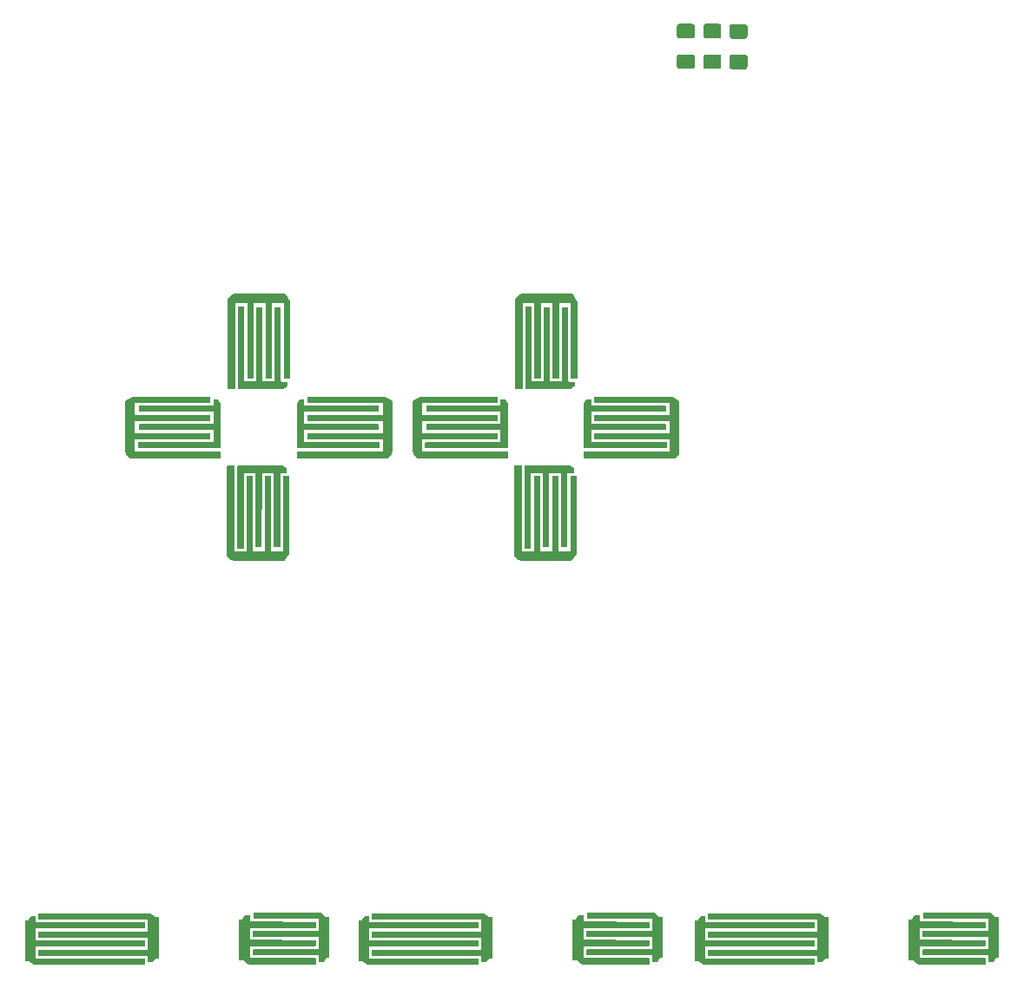
<source format=gbp>
G04 #@! TF.GenerationSoftware,KiCad,Pcbnew,(5.1.5-0-10_14)*
G04 #@! TF.CreationDate,2021-06-21T18:30:40+12:00*
G04 #@! TF.ProjectId,PiPortableBackingBoard,5069506f-7274-4616-926c-654261636b69,rev?*
G04 #@! TF.SameCoordinates,Original*
G04 #@! TF.FileFunction,Paste,Bot*
G04 #@! TF.FilePolarity,Positive*
%FSLAX46Y46*%
G04 Gerber Fmt 4.6, Leading zero omitted, Abs format (unit mm)*
G04 Created by KiCad (PCBNEW (5.1.5-0-10_14)) date 2021-06-21 18:30:40*
%MOMM*%
%LPD*%
G04 APERTURE LIST*
%ADD10C,0.100000*%
G04 APERTURE END LIST*
D10*
G36*
X145429461Y-187968145D02*
G01*
X145432306Y-187958766D01*
X145436927Y-187950121D01*
X145443145Y-187942545D01*
X145450721Y-187936327D01*
X145459366Y-187931706D01*
X145468745Y-187928861D01*
X145478438Y-187927900D01*
X151842000Y-187920062D01*
X151842000Y-186749963D01*
X145478463Y-186745200D01*
X145468709Y-186744232D01*
X145459331Y-186741380D01*
X145450690Y-186736753D01*
X145443118Y-186730529D01*
X145436906Y-186722947D01*
X145432292Y-186714300D01*
X145429453Y-186704918D01*
X145428500Y-186695200D01*
X145428500Y-186187200D01*
X145429461Y-186177445D01*
X145432306Y-186168066D01*
X145436927Y-186159421D01*
X145443145Y-186151845D01*
X145450721Y-186145627D01*
X145459366Y-186141006D01*
X145468745Y-186138161D01*
X145478537Y-186137200D01*
X151842000Y-186141963D01*
X151842000Y-184972000D01*
X145542000Y-184972000D01*
X145532245Y-184971039D01*
X145522866Y-184968194D01*
X145514221Y-184963573D01*
X145506645Y-184957355D01*
X145500427Y-184949779D01*
X145495806Y-184941134D01*
X145492961Y-184931755D01*
X145492000Y-184922000D01*
X145492000Y-184414000D01*
X145492961Y-184404245D01*
X145495806Y-184394866D01*
X145500427Y-184386221D01*
X145506645Y-184378645D01*
X145514221Y-184372427D01*
X145522866Y-184367806D01*
X145532245Y-184364961D01*
X145542000Y-184364000D01*
X152019000Y-184364000D01*
X152028755Y-184364961D01*
X152038134Y-184367806D01*
X152049000Y-184374000D01*
X152545000Y-184746000D01*
X152900000Y-184746000D01*
X152900000Y-188746000D01*
X152574751Y-188746000D01*
X152573194Y-188751134D01*
X152568603Y-188759735D01*
X152314603Y-189140735D01*
X152308392Y-189148318D01*
X152300822Y-189154544D01*
X152292182Y-189159174D01*
X152282806Y-189162029D01*
X152273000Y-189163000D01*
X151892000Y-189163000D01*
X151882245Y-189162039D01*
X151872866Y-189159194D01*
X151864221Y-189154573D01*
X151856645Y-189148355D01*
X151850427Y-189140779D01*
X151845806Y-189132134D01*
X151842961Y-189122755D01*
X151842000Y-189113000D01*
X151842000Y-188528000D01*
X145478500Y-188528000D01*
X145468745Y-188527039D01*
X145459366Y-188524194D01*
X145450721Y-188519573D01*
X145443145Y-188513355D01*
X145436927Y-188505779D01*
X145432306Y-188497134D01*
X145429461Y-188487755D01*
X145428500Y-188478000D01*
X145428500Y-187977900D01*
X145429461Y-187968145D01*
G37*
G36*
X151623539Y-185785755D02*
G01*
X151620694Y-185795134D01*
X151616073Y-185803779D01*
X151609855Y-185811355D01*
X151602279Y-185817573D01*
X151593634Y-185822194D01*
X151584255Y-185825039D01*
X151574500Y-185826000D01*
X145147500Y-185826000D01*
X145147500Y-186996136D01*
X151511136Y-187013500D01*
X151520888Y-187014488D01*
X151530260Y-187017358D01*
X151538892Y-187022002D01*
X151546452Y-187028241D01*
X151552649Y-187035835D01*
X151557246Y-187044492D01*
X151560066Y-187053879D01*
X151561000Y-187063500D01*
X151561000Y-187554000D01*
X151560039Y-187563755D01*
X151557194Y-187573134D01*
X151552573Y-187581779D01*
X151546355Y-187589355D01*
X151538779Y-187595573D01*
X151530134Y-187600194D01*
X151520755Y-187603039D01*
X151511000Y-187604000D01*
X145147500Y-187604000D01*
X145147500Y-188774000D01*
X151511000Y-188774000D01*
X151520755Y-188774961D01*
X151530134Y-188777806D01*
X151538779Y-188782427D01*
X151546355Y-188788645D01*
X151552573Y-188796221D01*
X151557194Y-188804866D01*
X151560039Y-188814245D01*
X151561000Y-188824000D01*
X151561000Y-189349500D01*
X151560039Y-189359255D01*
X151557194Y-189368634D01*
X151552573Y-189377279D01*
X151546355Y-189384855D01*
X151538779Y-189391073D01*
X151530134Y-189395694D01*
X151520755Y-189398539D01*
X151510866Y-189399500D01*
X144970366Y-189382000D01*
X144960614Y-189381013D01*
X144951242Y-189378143D01*
X144940500Y-189372000D01*
X144444500Y-189000000D01*
X144089500Y-189000000D01*
X144089500Y-185000000D01*
X144414749Y-185000000D01*
X144416306Y-184994866D01*
X144420897Y-184986265D01*
X144674897Y-184605265D01*
X144681108Y-184597682D01*
X144688678Y-184591456D01*
X144697318Y-184586826D01*
X144706694Y-184583971D01*
X144716500Y-184583000D01*
X145097500Y-184583000D01*
X145107255Y-184583961D01*
X145116634Y-184586806D01*
X145125279Y-184591427D01*
X145132855Y-184597645D01*
X145139073Y-184605221D01*
X145143694Y-184613866D01*
X145146539Y-184623245D01*
X145147500Y-184633000D01*
X145147500Y-185218135D01*
X151574635Y-185235500D01*
X151584387Y-185236487D01*
X151593759Y-185239358D01*
X151602391Y-185244002D01*
X151609951Y-185250240D01*
X151616148Y-185257834D01*
X151620746Y-185266491D01*
X151623565Y-185275878D01*
X151624500Y-185285500D01*
X151624500Y-185776000D01*
X151623539Y-185785755D01*
G37*
G36*
X134923039Y-185849255D02*
G01*
X134920194Y-185858634D01*
X134915573Y-185867279D01*
X134909355Y-185874855D01*
X134901779Y-185881073D01*
X134893134Y-185885694D01*
X134883755Y-185888539D01*
X134874000Y-185889500D01*
X124256000Y-185889500D01*
X124256000Y-187059500D01*
X134874000Y-187059500D01*
X134883755Y-187060461D01*
X134893134Y-187063306D01*
X134901779Y-187067927D01*
X134909355Y-187074145D01*
X134915573Y-187081721D01*
X134920194Y-187090366D01*
X134923039Y-187099745D01*
X134924000Y-187109500D01*
X134924000Y-187617500D01*
X134923039Y-187627255D01*
X134920194Y-187636634D01*
X134915573Y-187645279D01*
X134909355Y-187652855D01*
X134901779Y-187659073D01*
X134893134Y-187663694D01*
X134883755Y-187666539D01*
X134874000Y-187667500D01*
X124256000Y-187667500D01*
X124256000Y-188837500D01*
X134874000Y-188837500D01*
X134883755Y-188838461D01*
X134893134Y-188841306D01*
X134901779Y-188845927D01*
X134909355Y-188852145D01*
X134915573Y-188859721D01*
X134920194Y-188868366D01*
X134923039Y-188877745D01*
X134924000Y-188887500D01*
X134924000Y-189395500D01*
X134923039Y-189405255D01*
X134920194Y-189414634D01*
X134915573Y-189423279D01*
X134909355Y-189430855D01*
X134901779Y-189437073D01*
X134893134Y-189441694D01*
X134883755Y-189444539D01*
X134874000Y-189445500D01*
X124079000Y-189445500D01*
X124069245Y-189444539D01*
X124059866Y-189441694D01*
X124049000Y-189435500D01*
X123553000Y-189063500D01*
X123198000Y-189063500D01*
X123198000Y-185063500D01*
X123523249Y-185063500D01*
X123524806Y-185058366D01*
X123529397Y-185049765D01*
X123783397Y-184668765D01*
X123789608Y-184661182D01*
X123797178Y-184654956D01*
X123805818Y-184650326D01*
X123815194Y-184647471D01*
X123825000Y-184646500D01*
X124206000Y-184646500D01*
X124215755Y-184647461D01*
X124225134Y-184650306D01*
X124233779Y-184654927D01*
X124241355Y-184661145D01*
X124247573Y-184668721D01*
X124252194Y-184677366D01*
X124255039Y-184686745D01*
X124256000Y-184696500D01*
X124256000Y-185281500D01*
X134874000Y-185281500D01*
X134883755Y-185282461D01*
X134893134Y-185285306D01*
X134901779Y-185289927D01*
X134909355Y-185296145D01*
X134915573Y-185303721D01*
X134920194Y-185312366D01*
X134923039Y-185321745D01*
X134924000Y-185331500D01*
X134924000Y-185839500D01*
X134923039Y-185849255D01*
G37*
G36*
X124537961Y-188006245D02*
G01*
X124540806Y-187996866D01*
X124545427Y-187988221D01*
X124551645Y-187980645D01*
X124559221Y-187974427D01*
X124567866Y-187969806D01*
X124577245Y-187966961D01*
X124587000Y-187966000D01*
X135205000Y-187966000D01*
X135205000Y-186796000D01*
X124587000Y-186796000D01*
X124577245Y-186795039D01*
X124567866Y-186792194D01*
X124559221Y-186787573D01*
X124551645Y-186781355D01*
X124545427Y-186773779D01*
X124540806Y-186765134D01*
X124537961Y-186755755D01*
X124537000Y-186746000D01*
X124537000Y-186238000D01*
X124537961Y-186228245D01*
X124540806Y-186218866D01*
X124545427Y-186210221D01*
X124551645Y-186202645D01*
X124559221Y-186196427D01*
X124567866Y-186191806D01*
X124577245Y-186188961D01*
X124587000Y-186188000D01*
X135205000Y-186188000D01*
X135205000Y-185018000D01*
X124587000Y-185018000D01*
X124577245Y-185017039D01*
X124567866Y-185014194D01*
X124559221Y-185009573D01*
X124551645Y-185003355D01*
X124545427Y-184995779D01*
X124540806Y-184987134D01*
X124537961Y-184977755D01*
X124537000Y-184968000D01*
X124537000Y-184460000D01*
X124537961Y-184450245D01*
X124540806Y-184440866D01*
X124545427Y-184432221D01*
X124551645Y-184424645D01*
X124559221Y-184418427D01*
X124567866Y-184413806D01*
X124577245Y-184410961D01*
X124587000Y-184410000D01*
X135382000Y-184410000D01*
X135391755Y-184410961D01*
X135401134Y-184413806D01*
X135412000Y-184420000D01*
X135908000Y-184792000D01*
X136263000Y-184792000D01*
X136263000Y-188792000D01*
X135937751Y-188792000D01*
X135936194Y-188797134D01*
X135931603Y-188805735D01*
X135677603Y-189186735D01*
X135671392Y-189194318D01*
X135663822Y-189200544D01*
X135655182Y-189205174D01*
X135645806Y-189208029D01*
X135636000Y-189209000D01*
X135255000Y-189209000D01*
X135245245Y-189208039D01*
X135235866Y-189205194D01*
X135227221Y-189200573D01*
X135219645Y-189194355D01*
X135213427Y-189186779D01*
X135208806Y-189178134D01*
X135205961Y-189168755D01*
X135205000Y-189159000D01*
X135205000Y-188574000D01*
X124587000Y-188574000D01*
X124577245Y-188573039D01*
X124567866Y-188570194D01*
X124559221Y-188565573D01*
X124551645Y-188559355D01*
X124545427Y-188551779D01*
X124540806Y-188543134D01*
X124537961Y-188533755D01*
X124537000Y-188524000D01*
X124537000Y-188016000D01*
X124537961Y-188006245D01*
G37*
G36*
X177941461Y-187968145D02*
G01*
X177944306Y-187958766D01*
X177948927Y-187950121D01*
X177955145Y-187942545D01*
X177962721Y-187936327D01*
X177971366Y-187931706D01*
X177980745Y-187928861D01*
X177990438Y-187927900D01*
X184354000Y-187920062D01*
X184354000Y-186749963D01*
X177990463Y-186745200D01*
X177980709Y-186744232D01*
X177971331Y-186741380D01*
X177962690Y-186736753D01*
X177955118Y-186730529D01*
X177948906Y-186722947D01*
X177944292Y-186714300D01*
X177941453Y-186704918D01*
X177940500Y-186695200D01*
X177940500Y-186187200D01*
X177941461Y-186177445D01*
X177944306Y-186168066D01*
X177948927Y-186159421D01*
X177955145Y-186151845D01*
X177962721Y-186145627D01*
X177971366Y-186141006D01*
X177980745Y-186138161D01*
X177990537Y-186137200D01*
X184354000Y-186141963D01*
X184354000Y-184972000D01*
X178054000Y-184972000D01*
X178044245Y-184971039D01*
X178034866Y-184968194D01*
X178026221Y-184963573D01*
X178018645Y-184957355D01*
X178012427Y-184949779D01*
X178007806Y-184941134D01*
X178004961Y-184931755D01*
X178004000Y-184922000D01*
X178004000Y-184414000D01*
X178004961Y-184404245D01*
X178007806Y-184394866D01*
X178012427Y-184386221D01*
X178018645Y-184378645D01*
X178026221Y-184372427D01*
X178034866Y-184367806D01*
X178044245Y-184364961D01*
X178054000Y-184364000D01*
X184531000Y-184364000D01*
X184540755Y-184364961D01*
X184550134Y-184367806D01*
X184561000Y-184374000D01*
X185057000Y-184746000D01*
X185412000Y-184746000D01*
X185412000Y-188746000D01*
X185086751Y-188746000D01*
X185085194Y-188751134D01*
X185080603Y-188759735D01*
X184826603Y-189140735D01*
X184820392Y-189148318D01*
X184812822Y-189154544D01*
X184804182Y-189159174D01*
X184794806Y-189162029D01*
X184785000Y-189163000D01*
X184404000Y-189163000D01*
X184394245Y-189162039D01*
X184384866Y-189159194D01*
X184376221Y-189154573D01*
X184368645Y-189148355D01*
X184362427Y-189140779D01*
X184357806Y-189132134D01*
X184354961Y-189122755D01*
X184354000Y-189113000D01*
X184354000Y-188528000D01*
X177990500Y-188528000D01*
X177980745Y-188527039D01*
X177971366Y-188524194D01*
X177962721Y-188519573D01*
X177955145Y-188513355D01*
X177948927Y-188505779D01*
X177944306Y-188497134D01*
X177941461Y-188487755D01*
X177940500Y-188478000D01*
X177940500Y-187977900D01*
X177941461Y-187968145D01*
G37*
G36*
X184135539Y-185785755D02*
G01*
X184132694Y-185795134D01*
X184128073Y-185803779D01*
X184121855Y-185811355D01*
X184114279Y-185817573D01*
X184105634Y-185822194D01*
X184096255Y-185825039D01*
X184086500Y-185826000D01*
X177659500Y-185826000D01*
X177659500Y-186996136D01*
X184023136Y-187013500D01*
X184032888Y-187014488D01*
X184042260Y-187017358D01*
X184050892Y-187022002D01*
X184058452Y-187028241D01*
X184064649Y-187035835D01*
X184069246Y-187044492D01*
X184072066Y-187053879D01*
X184073000Y-187063500D01*
X184073000Y-187554000D01*
X184072039Y-187563755D01*
X184069194Y-187573134D01*
X184064573Y-187581779D01*
X184058355Y-187589355D01*
X184050779Y-187595573D01*
X184042134Y-187600194D01*
X184032755Y-187603039D01*
X184023000Y-187604000D01*
X177659500Y-187604000D01*
X177659500Y-188774000D01*
X184023000Y-188774000D01*
X184032755Y-188774961D01*
X184042134Y-188777806D01*
X184050779Y-188782427D01*
X184058355Y-188788645D01*
X184064573Y-188796221D01*
X184069194Y-188804866D01*
X184072039Y-188814245D01*
X184073000Y-188824000D01*
X184073000Y-189349500D01*
X184072039Y-189359255D01*
X184069194Y-189368634D01*
X184064573Y-189377279D01*
X184058355Y-189384855D01*
X184050779Y-189391073D01*
X184042134Y-189395694D01*
X184032755Y-189398539D01*
X184022866Y-189399500D01*
X177482366Y-189382000D01*
X177472614Y-189381013D01*
X177463242Y-189378143D01*
X177452500Y-189372000D01*
X176956500Y-189000000D01*
X176601500Y-189000000D01*
X176601500Y-185000000D01*
X176926749Y-185000000D01*
X176928306Y-184994866D01*
X176932897Y-184986265D01*
X177186897Y-184605265D01*
X177193108Y-184597682D01*
X177200678Y-184591456D01*
X177209318Y-184586826D01*
X177218694Y-184583971D01*
X177228500Y-184583000D01*
X177609500Y-184583000D01*
X177619255Y-184583961D01*
X177628634Y-184586806D01*
X177637279Y-184591427D01*
X177644855Y-184597645D01*
X177651073Y-184605221D01*
X177655694Y-184613866D01*
X177658539Y-184623245D01*
X177659500Y-184633000D01*
X177659500Y-185218135D01*
X184086635Y-185235500D01*
X184096387Y-185236487D01*
X184105759Y-185239358D01*
X184114391Y-185244002D01*
X184121951Y-185250240D01*
X184128148Y-185257834D01*
X184132746Y-185266491D01*
X184135565Y-185275878D01*
X184136500Y-185285500D01*
X184136500Y-185776000D01*
X184135539Y-185785755D01*
G37*
G36*
X167435039Y-185849255D02*
G01*
X167432194Y-185858634D01*
X167427573Y-185867279D01*
X167421355Y-185874855D01*
X167413779Y-185881073D01*
X167405134Y-185885694D01*
X167395755Y-185888539D01*
X167386000Y-185889500D01*
X156768000Y-185889500D01*
X156768000Y-187059500D01*
X167386000Y-187059500D01*
X167395755Y-187060461D01*
X167405134Y-187063306D01*
X167413779Y-187067927D01*
X167421355Y-187074145D01*
X167427573Y-187081721D01*
X167432194Y-187090366D01*
X167435039Y-187099745D01*
X167436000Y-187109500D01*
X167436000Y-187617500D01*
X167435039Y-187627255D01*
X167432194Y-187636634D01*
X167427573Y-187645279D01*
X167421355Y-187652855D01*
X167413779Y-187659073D01*
X167405134Y-187663694D01*
X167395755Y-187666539D01*
X167386000Y-187667500D01*
X156768000Y-187667500D01*
X156768000Y-188837500D01*
X167386000Y-188837500D01*
X167395755Y-188838461D01*
X167405134Y-188841306D01*
X167413779Y-188845927D01*
X167421355Y-188852145D01*
X167427573Y-188859721D01*
X167432194Y-188868366D01*
X167435039Y-188877745D01*
X167436000Y-188887500D01*
X167436000Y-189395500D01*
X167435039Y-189405255D01*
X167432194Y-189414634D01*
X167427573Y-189423279D01*
X167421355Y-189430855D01*
X167413779Y-189437073D01*
X167405134Y-189441694D01*
X167395755Y-189444539D01*
X167386000Y-189445500D01*
X156591000Y-189445500D01*
X156581245Y-189444539D01*
X156571866Y-189441694D01*
X156561000Y-189435500D01*
X156065000Y-189063500D01*
X155710000Y-189063500D01*
X155710000Y-185063500D01*
X156035249Y-185063500D01*
X156036806Y-185058366D01*
X156041397Y-185049765D01*
X156295397Y-184668765D01*
X156301608Y-184661182D01*
X156309178Y-184654956D01*
X156317818Y-184650326D01*
X156327194Y-184647471D01*
X156337000Y-184646500D01*
X156718000Y-184646500D01*
X156727755Y-184647461D01*
X156737134Y-184650306D01*
X156745779Y-184654927D01*
X156753355Y-184661145D01*
X156759573Y-184668721D01*
X156764194Y-184677366D01*
X156767039Y-184686745D01*
X156768000Y-184696500D01*
X156768000Y-185281500D01*
X167386000Y-185281500D01*
X167395755Y-185282461D01*
X167405134Y-185285306D01*
X167413779Y-185289927D01*
X167421355Y-185296145D01*
X167427573Y-185303721D01*
X167432194Y-185312366D01*
X167435039Y-185321745D01*
X167436000Y-185331500D01*
X167436000Y-185839500D01*
X167435039Y-185849255D01*
G37*
G36*
X157049961Y-188006245D02*
G01*
X157052806Y-187996866D01*
X157057427Y-187988221D01*
X157063645Y-187980645D01*
X157071221Y-187974427D01*
X157079866Y-187969806D01*
X157089245Y-187966961D01*
X157099000Y-187966000D01*
X167717000Y-187966000D01*
X167717000Y-186796000D01*
X157099000Y-186796000D01*
X157089245Y-186795039D01*
X157079866Y-186792194D01*
X157071221Y-186787573D01*
X157063645Y-186781355D01*
X157057427Y-186773779D01*
X157052806Y-186765134D01*
X157049961Y-186755755D01*
X157049000Y-186746000D01*
X157049000Y-186238000D01*
X157049961Y-186228245D01*
X157052806Y-186218866D01*
X157057427Y-186210221D01*
X157063645Y-186202645D01*
X157071221Y-186196427D01*
X157079866Y-186191806D01*
X157089245Y-186188961D01*
X157099000Y-186188000D01*
X167717000Y-186188000D01*
X167717000Y-185018000D01*
X157099000Y-185018000D01*
X157089245Y-185017039D01*
X157079866Y-185014194D01*
X157071221Y-185009573D01*
X157063645Y-185003355D01*
X157057427Y-184995779D01*
X157052806Y-184987134D01*
X157049961Y-184977755D01*
X157049000Y-184968000D01*
X157049000Y-184460000D01*
X157049961Y-184450245D01*
X157052806Y-184440866D01*
X157057427Y-184432221D01*
X157063645Y-184424645D01*
X157071221Y-184418427D01*
X157079866Y-184413806D01*
X157089245Y-184410961D01*
X157099000Y-184410000D01*
X167894000Y-184410000D01*
X167903755Y-184410961D01*
X167913134Y-184413806D01*
X167924000Y-184420000D01*
X168420000Y-184792000D01*
X168775000Y-184792000D01*
X168775000Y-188792000D01*
X168449751Y-188792000D01*
X168448194Y-188797134D01*
X168443603Y-188805735D01*
X168189603Y-189186735D01*
X168183392Y-189194318D01*
X168175822Y-189200544D01*
X168167182Y-189205174D01*
X168157806Y-189208029D01*
X168148000Y-189209000D01*
X167767000Y-189209000D01*
X167757245Y-189208039D01*
X167747866Y-189205194D01*
X167739221Y-189200573D01*
X167731645Y-189194355D01*
X167725427Y-189186779D01*
X167720806Y-189178134D01*
X167717961Y-189168755D01*
X167717000Y-189159000D01*
X167717000Y-188574000D01*
X157099000Y-188574000D01*
X157089245Y-188573039D01*
X157079866Y-188570194D01*
X157071221Y-188565573D01*
X157063645Y-188559355D01*
X157057427Y-188551779D01*
X157052806Y-188543134D01*
X157049961Y-188533755D01*
X157049000Y-188524000D01*
X157049000Y-188016000D01*
X157049961Y-188006245D01*
G37*
G36*
X210707461Y-187968145D02*
G01*
X210710306Y-187958766D01*
X210714927Y-187950121D01*
X210721145Y-187942545D01*
X210728721Y-187936327D01*
X210737366Y-187931706D01*
X210746745Y-187928861D01*
X210756438Y-187927900D01*
X217120000Y-187920062D01*
X217120000Y-186749963D01*
X210756463Y-186745200D01*
X210746709Y-186744232D01*
X210737331Y-186741380D01*
X210728690Y-186736753D01*
X210721118Y-186730529D01*
X210714906Y-186722947D01*
X210710292Y-186714300D01*
X210707453Y-186704918D01*
X210706500Y-186695200D01*
X210706500Y-186187200D01*
X210707461Y-186177445D01*
X210710306Y-186168066D01*
X210714927Y-186159421D01*
X210721145Y-186151845D01*
X210728721Y-186145627D01*
X210737366Y-186141006D01*
X210746745Y-186138161D01*
X210756537Y-186137200D01*
X217120000Y-186141963D01*
X217120000Y-184972000D01*
X210820000Y-184972000D01*
X210810245Y-184971039D01*
X210800866Y-184968194D01*
X210792221Y-184963573D01*
X210784645Y-184957355D01*
X210778427Y-184949779D01*
X210773806Y-184941134D01*
X210770961Y-184931755D01*
X210770000Y-184922000D01*
X210770000Y-184414000D01*
X210770961Y-184404245D01*
X210773806Y-184394866D01*
X210778427Y-184386221D01*
X210784645Y-184378645D01*
X210792221Y-184372427D01*
X210800866Y-184367806D01*
X210810245Y-184364961D01*
X210820000Y-184364000D01*
X217297000Y-184364000D01*
X217306755Y-184364961D01*
X217316134Y-184367806D01*
X217327000Y-184374000D01*
X217823000Y-184746000D01*
X218178000Y-184746000D01*
X218178000Y-188746000D01*
X217852751Y-188746000D01*
X217851194Y-188751134D01*
X217846603Y-188759735D01*
X217592603Y-189140735D01*
X217586392Y-189148318D01*
X217578822Y-189154544D01*
X217570182Y-189159174D01*
X217560806Y-189162029D01*
X217551000Y-189163000D01*
X217170000Y-189163000D01*
X217160245Y-189162039D01*
X217150866Y-189159194D01*
X217142221Y-189154573D01*
X217134645Y-189148355D01*
X217128427Y-189140779D01*
X217123806Y-189132134D01*
X217120961Y-189122755D01*
X217120000Y-189113000D01*
X217120000Y-188528000D01*
X210756500Y-188528000D01*
X210746745Y-188527039D01*
X210737366Y-188524194D01*
X210728721Y-188519573D01*
X210721145Y-188513355D01*
X210714927Y-188505779D01*
X210710306Y-188497134D01*
X210707461Y-188487755D01*
X210706500Y-188478000D01*
X210706500Y-187977900D01*
X210707461Y-187968145D01*
G37*
G36*
X216901539Y-185785755D02*
G01*
X216898694Y-185795134D01*
X216894073Y-185803779D01*
X216887855Y-185811355D01*
X216880279Y-185817573D01*
X216871634Y-185822194D01*
X216862255Y-185825039D01*
X216852500Y-185826000D01*
X210425500Y-185826000D01*
X210425500Y-186996136D01*
X216789136Y-187013500D01*
X216798888Y-187014488D01*
X216808260Y-187017358D01*
X216816892Y-187022002D01*
X216824452Y-187028241D01*
X216830649Y-187035835D01*
X216835246Y-187044492D01*
X216838066Y-187053879D01*
X216839000Y-187063500D01*
X216839000Y-187554000D01*
X216838039Y-187563755D01*
X216835194Y-187573134D01*
X216830573Y-187581779D01*
X216824355Y-187589355D01*
X216816779Y-187595573D01*
X216808134Y-187600194D01*
X216798755Y-187603039D01*
X216789000Y-187604000D01*
X210425500Y-187604000D01*
X210425500Y-188774000D01*
X216789000Y-188774000D01*
X216798755Y-188774961D01*
X216808134Y-188777806D01*
X216816779Y-188782427D01*
X216824355Y-188788645D01*
X216830573Y-188796221D01*
X216835194Y-188804866D01*
X216838039Y-188814245D01*
X216839000Y-188824000D01*
X216839000Y-189349500D01*
X216838039Y-189359255D01*
X216835194Y-189368634D01*
X216830573Y-189377279D01*
X216824355Y-189384855D01*
X216816779Y-189391073D01*
X216808134Y-189395694D01*
X216798755Y-189398539D01*
X216788866Y-189399500D01*
X210248366Y-189382000D01*
X210238614Y-189381013D01*
X210229242Y-189378143D01*
X210218500Y-189372000D01*
X209722500Y-189000000D01*
X209367500Y-189000000D01*
X209367500Y-185000000D01*
X209692749Y-185000000D01*
X209694306Y-184994866D01*
X209698897Y-184986265D01*
X209952897Y-184605265D01*
X209959108Y-184597682D01*
X209966678Y-184591456D01*
X209975318Y-184586826D01*
X209984694Y-184583971D01*
X209994500Y-184583000D01*
X210375500Y-184583000D01*
X210385255Y-184583961D01*
X210394634Y-184586806D01*
X210403279Y-184591427D01*
X210410855Y-184597645D01*
X210417073Y-184605221D01*
X210421694Y-184613866D01*
X210424539Y-184623245D01*
X210425500Y-184633000D01*
X210425500Y-185218135D01*
X216852635Y-185235500D01*
X216862387Y-185236487D01*
X216871759Y-185239358D01*
X216880391Y-185244002D01*
X216887951Y-185250240D01*
X216894148Y-185257834D01*
X216898746Y-185266491D01*
X216901565Y-185275878D01*
X216902500Y-185285500D01*
X216902500Y-185776000D01*
X216901539Y-185785755D01*
G37*
G36*
X200201039Y-185849255D02*
G01*
X200198194Y-185858634D01*
X200193573Y-185867279D01*
X200187355Y-185874855D01*
X200179779Y-185881073D01*
X200171134Y-185885694D01*
X200161755Y-185888539D01*
X200152000Y-185889500D01*
X189534000Y-185889500D01*
X189534000Y-187059500D01*
X200152000Y-187059500D01*
X200161755Y-187060461D01*
X200171134Y-187063306D01*
X200179779Y-187067927D01*
X200187355Y-187074145D01*
X200193573Y-187081721D01*
X200198194Y-187090366D01*
X200201039Y-187099745D01*
X200202000Y-187109500D01*
X200202000Y-187617500D01*
X200201039Y-187627255D01*
X200198194Y-187636634D01*
X200193573Y-187645279D01*
X200187355Y-187652855D01*
X200179779Y-187659073D01*
X200171134Y-187663694D01*
X200161755Y-187666539D01*
X200152000Y-187667500D01*
X189534000Y-187667500D01*
X189534000Y-188837500D01*
X200152000Y-188837500D01*
X200161755Y-188838461D01*
X200171134Y-188841306D01*
X200179779Y-188845927D01*
X200187355Y-188852145D01*
X200193573Y-188859721D01*
X200198194Y-188868366D01*
X200201039Y-188877745D01*
X200202000Y-188887500D01*
X200202000Y-189395500D01*
X200201039Y-189405255D01*
X200198194Y-189414634D01*
X200193573Y-189423279D01*
X200187355Y-189430855D01*
X200179779Y-189437073D01*
X200171134Y-189441694D01*
X200161755Y-189444539D01*
X200152000Y-189445500D01*
X189357000Y-189445500D01*
X189347245Y-189444539D01*
X189337866Y-189441694D01*
X189327000Y-189435500D01*
X188831000Y-189063500D01*
X188476000Y-189063500D01*
X188476000Y-185063500D01*
X188801249Y-185063500D01*
X188802806Y-185058366D01*
X188807397Y-185049765D01*
X189061397Y-184668765D01*
X189067608Y-184661182D01*
X189075178Y-184654956D01*
X189083818Y-184650326D01*
X189093194Y-184647471D01*
X189103000Y-184646500D01*
X189484000Y-184646500D01*
X189493755Y-184647461D01*
X189503134Y-184650306D01*
X189511779Y-184654927D01*
X189519355Y-184661145D01*
X189525573Y-184668721D01*
X189530194Y-184677366D01*
X189533039Y-184686745D01*
X189534000Y-184696500D01*
X189534000Y-185281500D01*
X200152000Y-185281500D01*
X200161755Y-185282461D01*
X200171134Y-185285306D01*
X200179779Y-185289927D01*
X200187355Y-185296145D01*
X200193573Y-185303721D01*
X200198194Y-185312366D01*
X200201039Y-185321745D01*
X200202000Y-185331500D01*
X200202000Y-185839500D01*
X200201039Y-185849255D01*
G37*
G36*
X189815961Y-188006245D02*
G01*
X189818806Y-187996866D01*
X189823427Y-187988221D01*
X189829645Y-187980645D01*
X189837221Y-187974427D01*
X189845866Y-187969806D01*
X189855245Y-187966961D01*
X189865000Y-187966000D01*
X200483000Y-187966000D01*
X200483000Y-186796000D01*
X189865000Y-186796000D01*
X189855245Y-186795039D01*
X189845866Y-186792194D01*
X189837221Y-186787573D01*
X189829645Y-186781355D01*
X189823427Y-186773779D01*
X189818806Y-186765134D01*
X189815961Y-186755755D01*
X189815000Y-186746000D01*
X189815000Y-186238000D01*
X189815961Y-186228245D01*
X189818806Y-186218866D01*
X189823427Y-186210221D01*
X189829645Y-186202645D01*
X189837221Y-186196427D01*
X189845866Y-186191806D01*
X189855245Y-186188961D01*
X189865000Y-186188000D01*
X200483000Y-186188000D01*
X200483000Y-185018000D01*
X189865000Y-185018000D01*
X189855245Y-185017039D01*
X189845866Y-185014194D01*
X189837221Y-185009573D01*
X189829645Y-185003355D01*
X189823427Y-184995779D01*
X189818806Y-184987134D01*
X189815961Y-184977755D01*
X189815000Y-184968000D01*
X189815000Y-184460000D01*
X189815961Y-184450245D01*
X189818806Y-184440866D01*
X189823427Y-184432221D01*
X189829645Y-184424645D01*
X189837221Y-184418427D01*
X189845866Y-184413806D01*
X189855245Y-184410961D01*
X189865000Y-184410000D01*
X200660000Y-184410000D01*
X200669755Y-184410961D01*
X200679134Y-184413806D01*
X200690000Y-184420000D01*
X201186000Y-184792000D01*
X201541000Y-184792000D01*
X201541000Y-188792000D01*
X201215751Y-188792000D01*
X201214194Y-188797134D01*
X201209603Y-188805735D01*
X200955603Y-189186735D01*
X200949392Y-189194318D01*
X200941822Y-189200544D01*
X200933182Y-189205174D01*
X200923806Y-189208029D01*
X200914000Y-189209000D01*
X200533000Y-189209000D01*
X200523245Y-189208039D01*
X200513866Y-189205194D01*
X200505221Y-189200573D01*
X200497645Y-189194355D01*
X200491427Y-189186779D01*
X200486806Y-189178134D01*
X200483961Y-189168755D01*
X200483000Y-189159000D01*
X200483000Y-188574000D01*
X189865000Y-188574000D01*
X189855245Y-188573039D01*
X189845866Y-188570194D01*
X189837221Y-188565573D01*
X189829645Y-188559355D01*
X189823427Y-188551779D01*
X189818806Y-188543134D01*
X189815961Y-188533755D01*
X189815000Y-188524000D01*
X189815000Y-188016000D01*
X189815961Y-188006245D01*
G37*
G36*
X170302539Y-140057755D02*
G01*
X170299694Y-140067134D01*
X170295073Y-140075779D01*
X170288855Y-140083355D01*
X170281279Y-140089573D01*
X170272634Y-140094194D01*
X170263255Y-140097039D01*
X170253500Y-140098000D01*
X161490500Y-140098000D01*
X161480745Y-140097039D01*
X161471366Y-140094194D01*
X161462721Y-140089573D01*
X161455145Y-140083355D01*
X161074145Y-139702355D01*
X161067927Y-139694779D01*
X161063306Y-139686134D01*
X161060461Y-139676755D01*
X161059500Y-139667000D01*
X161059500Y-139500000D01*
X160988500Y-139500000D01*
X160988500Y-134500000D01*
X161059500Y-134500000D01*
X161059500Y-134460000D01*
X161060461Y-134450245D01*
X161063306Y-134440866D01*
X161067927Y-134432221D01*
X161074145Y-134424645D01*
X161083775Y-134417125D01*
X161718775Y-134036125D01*
X161727634Y-134031931D01*
X161737141Y-134029545D01*
X161744500Y-134029000D01*
X169237500Y-134029000D01*
X169247255Y-134029961D01*
X169256634Y-134032806D01*
X169265279Y-134037427D01*
X169272855Y-134043645D01*
X169279073Y-134051221D01*
X169283694Y-134059866D01*
X169286539Y-134069245D01*
X169287500Y-134079000D01*
X169287500Y-134587000D01*
X169286539Y-134596755D01*
X169283694Y-134606134D01*
X169279073Y-134614779D01*
X169272855Y-134622355D01*
X169265279Y-134628573D01*
X169256634Y-134633194D01*
X169247255Y-134636039D01*
X169237500Y-134637000D01*
X161921500Y-134637000D01*
X161921500Y-135807000D01*
X169237500Y-135807000D01*
X169247255Y-135807961D01*
X169256634Y-135810806D01*
X169265279Y-135815427D01*
X169272855Y-135821645D01*
X169279073Y-135829221D01*
X169283694Y-135837866D01*
X169286539Y-135847245D01*
X169287500Y-135857000D01*
X169287500Y-136365000D01*
X169286539Y-136374755D01*
X169283694Y-136384134D01*
X169279073Y-136392779D01*
X169272855Y-136400355D01*
X169265279Y-136406573D01*
X169256634Y-136411194D01*
X169247255Y-136414039D01*
X169237500Y-136415000D01*
X161921500Y-136415000D01*
X161921500Y-137585000D01*
X169237500Y-137585000D01*
X169247255Y-137585961D01*
X169256634Y-137588806D01*
X169265279Y-137593427D01*
X169272855Y-137599645D01*
X169279073Y-137607221D01*
X169283694Y-137615866D01*
X169286539Y-137625245D01*
X169287500Y-137635000D01*
X169287500Y-138143000D01*
X169286539Y-138152755D01*
X169283694Y-138162134D01*
X169279073Y-138170779D01*
X169272855Y-138178355D01*
X169265279Y-138184573D01*
X169256634Y-138189194D01*
X169247255Y-138192039D01*
X169237500Y-138193000D01*
X161921500Y-138193000D01*
X161921500Y-139363000D01*
X170253500Y-139363000D01*
X170263255Y-139363961D01*
X170272634Y-139366806D01*
X170281279Y-139371427D01*
X170288855Y-139377645D01*
X170295073Y-139385221D01*
X170299694Y-139393866D01*
X170302539Y-139403245D01*
X170303500Y-139413000D01*
X170303500Y-140048000D01*
X170302539Y-140057755D01*
G37*
G36*
X170303500Y-138873000D02*
G01*
X170303500Y-139032000D01*
X170302539Y-139041755D01*
X170299694Y-139051134D01*
X170295073Y-139059779D01*
X170288855Y-139067355D01*
X170281279Y-139073573D01*
X170272634Y-139078194D01*
X170263255Y-139081039D01*
X170253500Y-139082000D01*
X162252500Y-139082000D01*
X162242745Y-139081039D01*
X162233366Y-139078194D01*
X162224721Y-139073573D01*
X162217145Y-139067355D01*
X162210927Y-139059779D01*
X162206306Y-139051134D01*
X162203461Y-139041755D01*
X162202500Y-139032000D01*
X162202500Y-138524000D01*
X162203461Y-138514245D01*
X162206306Y-138504866D01*
X162210927Y-138496221D01*
X162217145Y-138488645D01*
X162224721Y-138482427D01*
X162233366Y-138477806D01*
X162242745Y-138474961D01*
X162252500Y-138474000D01*
X169561000Y-138474000D01*
X169561000Y-137304000D01*
X162379500Y-137304000D01*
X162369745Y-137303039D01*
X162360366Y-137300194D01*
X162351721Y-137295573D01*
X162344145Y-137289355D01*
X162337927Y-137281779D01*
X162333306Y-137273134D01*
X162330461Y-137263755D01*
X162329500Y-137254000D01*
X162329500Y-136763500D01*
X162330461Y-136753745D01*
X162333306Y-136744366D01*
X162337927Y-136735721D01*
X162344145Y-136728145D01*
X162351721Y-136721927D01*
X162360366Y-136717306D01*
X162369745Y-136714461D01*
X162379379Y-136713500D01*
X169561000Y-136696139D01*
X169561000Y-135526000D01*
X162379500Y-135526000D01*
X162369745Y-135525039D01*
X162360366Y-135522194D01*
X162351721Y-135517573D01*
X162344145Y-135511355D01*
X162337927Y-135503779D01*
X162333306Y-135495134D01*
X162330461Y-135485755D01*
X162329500Y-135476000D01*
X162329500Y-134968000D01*
X162330461Y-134958245D01*
X162333306Y-134948866D01*
X162337927Y-134940221D01*
X162344145Y-134932645D01*
X162351721Y-134926427D01*
X162360366Y-134921806D01*
X162369745Y-134918961D01*
X162379500Y-134918000D01*
X169561000Y-134918000D01*
X169561000Y-134873000D01*
X169568500Y-134873000D01*
X169568500Y-134333000D01*
X169569461Y-134323245D01*
X169572306Y-134313866D01*
X169576927Y-134305221D01*
X169583145Y-134297645D01*
X169590721Y-134291427D01*
X169599366Y-134286806D01*
X169608745Y-134283961D01*
X169618500Y-134283000D01*
X169999500Y-134283000D01*
X170009255Y-134283961D01*
X170018634Y-134286806D01*
X170027279Y-134291427D01*
X170034855Y-134297645D01*
X170041103Y-134305265D01*
X170295103Y-134686265D01*
X170299714Y-134694914D01*
X170302549Y-134704297D01*
X170303500Y-134714000D01*
X170303500Y-134873000D01*
X170311000Y-134873000D01*
X170311000Y-138873000D01*
X170303500Y-138873000D01*
G37*
G36*
X171005745Y-133302539D02*
G01*
X170996366Y-133299694D01*
X170987721Y-133295073D01*
X170980145Y-133288855D01*
X170973927Y-133281279D01*
X170969306Y-133272634D01*
X170966461Y-133263255D01*
X170965500Y-133253500D01*
X170965500Y-124490500D01*
X170966461Y-124480745D01*
X170969306Y-124471366D01*
X170973927Y-124462721D01*
X170980145Y-124455145D01*
X171361145Y-124074145D01*
X171368721Y-124067927D01*
X171377366Y-124063306D01*
X171386745Y-124060461D01*
X171396500Y-124059500D01*
X171563500Y-124059500D01*
X171563500Y-123988500D01*
X176563500Y-123988500D01*
X176563500Y-124059500D01*
X176603500Y-124059500D01*
X176613255Y-124060461D01*
X176622634Y-124063306D01*
X176631279Y-124067927D01*
X176638855Y-124074145D01*
X176646375Y-124083775D01*
X177027375Y-124718775D01*
X177031569Y-124727634D01*
X177033955Y-124737141D01*
X177034500Y-124744500D01*
X177034500Y-132237500D01*
X177033539Y-132247255D01*
X177030694Y-132256634D01*
X177026073Y-132265279D01*
X177019855Y-132272855D01*
X177012279Y-132279073D01*
X177003634Y-132283694D01*
X176994255Y-132286539D01*
X176984500Y-132287500D01*
X176476500Y-132287500D01*
X176466745Y-132286539D01*
X176457366Y-132283694D01*
X176448721Y-132279073D01*
X176441145Y-132272855D01*
X176434927Y-132265279D01*
X176430306Y-132256634D01*
X176427461Y-132247255D01*
X176426500Y-132237500D01*
X176426500Y-124921500D01*
X175256500Y-124921500D01*
X175256500Y-132237500D01*
X175255539Y-132247255D01*
X175252694Y-132256634D01*
X175248073Y-132265279D01*
X175241855Y-132272855D01*
X175234279Y-132279073D01*
X175225634Y-132283694D01*
X175216255Y-132286539D01*
X175206500Y-132287500D01*
X174698500Y-132287500D01*
X174688745Y-132286539D01*
X174679366Y-132283694D01*
X174670721Y-132279073D01*
X174663145Y-132272855D01*
X174656927Y-132265279D01*
X174652306Y-132256634D01*
X174649461Y-132247255D01*
X174648500Y-132237500D01*
X174648500Y-124921500D01*
X173478500Y-124921500D01*
X173478500Y-132237500D01*
X173477539Y-132247255D01*
X173474694Y-132256634D01*
X173470073Y-132265279D01*
X173463855Y-132272855D01*
X173456279Y-132279073D01*
X173447634Y-132283694D01*
X173438255Y-132286539D01*
X173428500Y-132287500D01*
X172920500Y-132287500D01*
X172910745Y-132286539D01*
X172901366Y-132283694D01*
X172892721Y-132279073D01*
X172885145Y-132272855D01*
X172878927Y-132265279D01*
X172874306Y-132256634D01*
X172871461Y-132247255D01*
X172870500Y-132237500D01*
X172870500Y-124921500D01*
X171700500Y-124921500D01*
X171700500Y-133253500D01*
X171699539Y-133263255D01*
X171696694Y-133272634D01*
X171692073Y-133281279D01*
X171685855Y-133288855D01*
X171678279Y-133295073D01*
X171669634Y-133299694D01*
X171660255Y-133302539D01*
X171650500Y-133303500D01*
X171015500Y-133303500D01*
X171005745Y-133302539D01*
G37*
G36*
X172190500Y-133303500D02*
G01*
X172031500Y-133303500D01*
X172021745Y-133302539D01*
X172012366Y-133299694D01*
X172003721Y-133295073D01*
X171996145Y-133288855D01*
X171989927Y-133281279D01*
X171985306Y-133272634D01*
X171982461Y-133263255D01*
X171981500Y-133253500D01*
X171981500Y-125252500D01*
X171982461Y-125242745D01*
X171985306Y-125233366D01*
X171989927Y-125224721D01*
X171996145Y-125217145D01*
X172003721Y-125210927D01*
X172012366Y-125206306D01*
X172021745Y-125203461D01*
X172031500Y-125202500D01*
X172539500Y-125202500D01*
X172549255Y-125203461D01*
X172558634Y-125206306D01*
X172567279Y-125210927D01*
X172574855Y-125217145D01*
X172581073Y-125224721D01*
X172585694Y-125233366D01*
X172588539Y-125242745D01*
X172589500Y-125252500D01*
X172589500Y-132561000D01*
X173759500Y-132561000D01*
X173759500Y-125379500D01*
X173760461Y-125369745D01*
X173763306Y-125360366D01*
X173767927Y-125351721D01*
X173774145Y-125344145D01*
X173781721Y-125337927D01*
X173790366Y-125333306D01*
X173799745Y-125330461D01*
X173809500Y-125329500D01*
X174300000Y-125329500D01*
X174309755Y-125330461D01*
X174319134Y-125333306D01*
X174327779Y-125337927D01*
X174335355Y-125344145D01*
X174341573Y-125351721D01*
X174346194Y-125360366D01*
X174349039Y-125369745D01*
X174350000Y-125379379D01*
X174367361Y-132561000D01*
X175537500Y-132561000D01*
X175537500Y-125379500D01*
X175538461Y-125369745D01*
X175541306Y-125360366D01*
X175545927Y-125351721D01*
X175552145Y-125344145D01*
X175559721Y-125337927D01*
X175568366Y-125333306D01*
X175577745Y-125330461D01*
X175587500Y-125329500D01*
X176095500Y-125329500D01*
X176105255Y-125330461D01*
X176114634Y-125333306D01*
X176123279Y-125337927D01*
X176130855Y-125344145D01*
X176137073Y-125351721D01*
X176141694Y-125360366D01*
X176144539Y-125369745D01*
X176145500Y-125379500D01*
X176145500Y-132561000D01*
X176190500Y-132561000D01*
X176190500Y-132568500D01*
X176730500Y-132568500D01*
X176740255Y-132569461D01*
X176749634Y-132572306D01*
X176758279Y-132576927D01*
X176765855Y-132583145D01*
X176772073Y-132590721D01*
X176776694Y-132599366D01*
X176779539Y-132608745D01*
X176780500Y-132618500D01*
X176780500Y-132999500D01*
X176779539Y-133009255D01*
X176776694Y-133018634D01*
X176772073Y-133027279D01*
X176765855Y-133034855D01*
X176758235Y-133041103D01*
X176377235Y-133295103D01*
X176368586Y-133299714D01*
X176359203Y-133302549D01*
X176349500Y-133303500D01*
X176190500Y-133303500D01*
X176190500Y-133311000D01*
X172190500Y-133311000D01*
X172190500Y-133303500D01*
G37*
G36*
X177697461Y-139403245D02*
G01*
X177700306Y-139393866D01*
X177704927Y-139385221D01*
X177711145Y-139377645D01*
X177718721Y-139371427D01*
X177727366Y-139366806D01*
X177736745Y-139363961D01*
X177746500Y-139363000D01*
X186078500Y-139363000D01*
X186078500Y-138193000D01*
X178762500Y-138193000D01*
X178752745Y-138192039D01*
X178743366Y-138189194D01*
X178734721Y-138184573D01*
X178727145Y-138178355D01*
X178720927Y-138170779D01*
X178716306Y-138162134D01*
X178713461Y-138152755D01*
X178712500Y-138143000D01*
X178712500Y-137635000D01*
X178713461Y-137625245D01*
X178716306Y-137615866D01*
X178720927Y-137607221D01*
X178727145Y-137599645D01*
X178734721Y-137593427D01*
X178743366Y-137588806D01*
X178752745Y-137585961D01*
X178762500Y-137585000D01*
X186078500Y-137585000D01*
X186078500Y-136415000D01*
X178762500Y-136415000D01*
X178752745Y-136414039D01*
X178743366Y-136411194D01*
X178734721Y-136406573D01*
X178727145Y-136400355D01*
X178720927Y-136392779D01*
X178716306Y-136384134D01*
X178713461Y-136374755D01*
X178712500Y-136365000D01*
X178712500Y-135857000D01*
X178713461Y-135847245D01*
X178716306Y-135837866D01*
X178720927Y-135829221D01*
X178727145Y-135821645D01*
X178734721Y-135815427D01*
X178743366Y-135810806D01*
X178752745Y-135807961D01*
X178762500Y-135807000D01*
X186078500Y-135807000D01*
X186078500Y-134637000D01*
X178762500Y-134637000D01*
X178752745Y-134636039D01*
X178743366Y-134633194D01*
X178734721Y-134628573D01*
X178727145Y-134622355D01*
X178720927Y-134614779D01*
X178716306Y-134606134D01*
X178713461Y-134596755D01*
X178712500Y-134587000D01*
X178712500Y-134079000D01*
X178713461Y-134069245D01*
X178716306Y-134059866D01*
X178720927Y-134051221D01*
X178727145Y-134043645D01*
X178734721Y-134037427D01*
X178743366Y-134032806D01*
X178752745Y-134029961D01*
X178762500Y-134029000D01*
X186255500Y-134029000D01*
X186265255Y-134029961D01*
X186274634Y-134032806D01*
X186281225Y-134036125D01*
X186916225Y-134417125D01*
X186924095Y-134422968D01*
X186930674Y-134430233D01*
X186935709Y-134438643D01*
X186939007Y-134447873D01*
X186940500Y-134460000D01*
X186940500Y-134500000D01*
X187011500Y-134500000D01*
X187011500Y-139500000D01*
X186940500Y-139500000D01*
X186940500Y-139667000D01*
X186939539Y-139676755D01*
X186936694Y-139686134D01*
X186932073Y-139694779D01*
X186925855Y-139702355D01*
X186544855Y-140083355D01*
X186537279Y-140089573D01*
X186528634Y-140094194D01*
X186519255Y-140097039D01*
X186509500Y-140098000D01*
X177746500Y-140098000D01*
X177736745Y-140097039D01*
X177727366Y-140094194D01*
X177718721Y-140089573D01*
X177711145Y-140083355D01*
X177704927Y-140075779D01*
X177700306Y-140067134D01*
X177697461Y-140057755D01*
X177696500Y-140048000D01*
X177696500Y-139413000D01*
X177697461Y-139403245D01*
G37*
G36*
X177696500Y-134873000D02*
G01*
X177696500Y-134714000D01*
X177697461Y-134704245D01*
X177700306Y-134694866D01*
X177704897Y-134686265D01*
X177958897Y-134305265D01*
X177965108Y-134297682D01*
X177972678Y-134291456D01*
X177981318Y-134286826D01*
X177990694Y-134283971D01*
X178000500Y-134283000D01*
X178381500Y-134283000D01*
X178391255Y-134283961D01*
X178400634Y-134286806D01*
X178409279Y-134291427D01*
X178416855Y-134297645D01*
X178423073Y-134305221D01*
X178427694Y-134313866D01*
X178430539Y-134323245D01*
X178431500Y-134333000D01*
X178431500Y-134873000D01*
X178439000Y-134873000D01*
X178439000Y-134918000D01*
X185620500Y-134918000D01*
X185630255Y-134918961D01*
X185639634Y-134921806D01*
X185648279Y-134926427D01*
X185655855Y-134932645D01*
X185662073Y-134940221D01*
X185666694Y-134948866D01*
X185669539Y-134958245D01*
X185670500Y-134968000D01*
X185670500Y-135476000D01*
X185669539Y-135485755D01*
X185666694Y-135495134D01*
X185662073Y-135503779D01*
X185655855Y-135511355D01*
X185648279Y-135517573D01*
X185639634Y-135522194D01*
X185630255Y-135525039D01*
X185620500Y-135526000D01*
X178439000Y-135526000D01*
X178439000Y-136696139D01*
X185620621Y-136713500D01*
X185630373Y-136714484D01*
X185639746Y-136717352D01*
X185648379Y-136721994D01*
X185655941Y-136728230D01*
X185662141Y-136735822D01*
X185666740Y-136744478D01*
X185669563Y-136753864D01*
X185670500Y-136763500D01*
X185670500Y-137254000D01*
X185669539Y-137263755D01*
X185666694Y-137273134D01*
X185662073Y-137281779D01*
X185655855Y-137289355D01*
X185648279Y-137295573D01*
X185639634Y-137300194D01*
X185630255Y-137303039D01*
X185620500Y-137304000D01*
X178439000Y-137304000D01*
X178439000Y-138474000D01*
X185747500Y-138474000D01*
X185757255Y-138474961D01*
X185766634Y-138477806D01*
X185775279Y-138482427D01*
X185782855Y-138488645D01*
X185789073Y-138496221D01*
X185793694Y-138504866D01*
X185796539Y-138514245D01*
X185797500Y-138524000D01*
X185797500Y-139032000D01*
X185796539Y-139041755D01*
X185793694Y-139051134D01*
X185789073Y-139059779D01*
X185782855Y-139067355D01*
X185775279Y-139073573D01*
X185766634Y-139078194D01*
X185757255Y-139081039D01*
X185747500Y-139082000D01*
X177746500Y-139082000D01*
X177736745Y-139081039D01*
X177727366Y-139078194D01*
X177718721Y-139073573D01*
X177711145Y-139067355D01*
X177704927Y-139059779D01*
X177700306Y-139051134D01*
X177697461Y-139041755D01*
X177696500Y-139032000D01*
X177696500Y-138873000D01*
X177689000Y-138873000D01*
X177689000Y-134873000D01*
X177696500Y-134873000D01*
G37*
G36*
X176127000Y-140760000D02*
G01*
X176286000Y-140760000D01*
X176295755Y-140760961D01*
X176305134Y-140763806D01*
X176313735Y-140768397D01*
X176694735Y-141022397D01*
X176702318Y-141028608D01*
X176708544Y-141036178D01*
X176713174Y-141044818D01*
X176716029Y-141054194D01*
X176717000Y-141064000D01*
X176717000Y-141445000D01*
X176716039Y-141454755D01*
X176713194Y-141464134D01*
X176708573Y-141472779D01*
X176702355Y-141480355D01*
X176694779Y-141486573D01*
X176686134Y-141491194D01*
X176676755Y-141494039D01*
X176667000Y-141495000D01*
X176127000Y-141495000D01*
X176127000Y-141502500D01*
X176082000Y-141502500D01*
X176082000Y-148684000D01*
X176081039Y-148693755D01*
X176078194Y-148703134D01*
X176073573Y-148711779D01*
X176067355Y-148719355D01*
X176059779Y-148725573D01*
X176051134Y-148730194D01*
X176041755Y-148733039D01*
X176032000Y-148734000D01*
X175524000Y-148734000D01*
X175514245Y-148733039D01*
X175504866Y-148730194D01*
X175496221Y-148725573D01*
X175488645Y-148719355D01*
X175482427Y-148711779D01*
X175477806Y-148703134D01*
X175474961Y-148693755D01*
X175474000Y-148684000D01*
X175474000Y-141502500D01*
X174303861Y-141502500D01*
X174286500Y-148684121D01*
X174285516Y-148693873D01*
X174282648Y-148703246D01*
X174278006Y-148711879D01*
X174271770Y-148719441D01*
X174264178Y-148725641D01*
X174255522Y-148730240D01*
X174246136Y-148733063D01*
X174236500Y-148734000D01*
X173746000Y-148734000D01*
X173736245Y-148733039D01*
X173726866Y-148730194D01*
X173718221Y-148725573D01*
X173710645Y-148719355D01*
X173704427Y-148711779D01*
X173699806Y-148703134D01*
X173696961Y-148693755D01*
X173696000Y-148684000D01*
X173696000Y-141502500D01*
X172526000Y-141502500D01*
X172526000Y-148811000D01*
X172525039Y-148820755D01*
X172522194Y-148830134D01*
X172517573Y-148838779D01*
X172511355Y-148846355D01*
X172503779Y-148852573D01*
X172495134Y-148857194D01*
X172485755Y-148860039D01*
X172476000Y-148861000D01*
X171968000Y-148861000D01*
X171958245Y-148860039D01*
X171948866Y-148857194D01*
X171940221Y-148852573D01*
X171932645Y-148846355D01*
X171926427Y-148838779D01*
X171921806Y-148830134D01*
X171918961Y-148820755D01*
X171918000Y-148811000D01*
X171918000Y-140810000D01*
X171918961Y-140800245D01*
X171921806Y-140790866D01*
X171926427Y-140782221D01*
X171932645Y-140774645D01*
X171940221Y-140768427D01*
X171948866Y-140763806D01*
X171958245Y-140760961D01*
X171968000Y-140760000D01*
X172127000Y-140760000D01*
X172127000Y-140752500D01*
X176127000Y-140752500D01*
X176127000Y-140760000D01*
G37*
G36*
X171596755Y-140760961D02*
G01*
X171606134Y-140763806D01*
X171614779Y-140768427D01*
X171622355Y-140774645D01*
X171628573Y-140782221D01*
X171633194Y-140790866D01*
X171636039Y-140800245D01*
X171637000Y-140810000D01*
X171637000Y-149142000D01*
X172807000Y-149142000D01*
X172807000Y-141826000D01*
X172807961Y-141816245D01*
X172810806Y-141806866D01*
X172815427Y-141798221D01*
X172821645Y-141790645D01*
X172829221Y-141784427D01*
X172837866Y-141779806D01*
X172847245Y-141776961D01*
X172857000Y-141776000D01*
X173365000Y-141776000D01*
X173374755Y-141776961D01*
X173384134Y-141779806D01*
X173392779Y-141784427D01*
X173400355Y-141790645D01*
X173406573Y-141798221D01*
X173411194Y-141806866D01*
X173414039Y-141816245D01*
X173415000Y-141826000D01*
X173415000Y-149142000D01*
X174585000Y-149142000D01*
X174585000Y-141826000D01*
X174585961Y-141816245D01*
X174588806Y-141806866D01*
X174593427Y-141798221D01*
X174599645Y-141790645D01*
X174607221Y-141784427D01*
X174615866Y-141779806D01*
X174625245Y-141776961D01*
X174635000Y-141776000D01*
X175143000Y-141776000D01*
X175152755Y-141776961D01*
X175162134Y-141779806D01*
X175170779Y-141784427D01*
X175178355Y-141790645D01*
X175184573Y-141798221D01*
X175189194Y-141806866D01*
X175192039Y-141816245D01*
X175193000Y-141826000D01*
X175193000Y-149142000D01*
X176363000Y-149142000D01*
X176363000Y-141826000D01*
X176363961Y-141816245D01*
X176366806Y-141806866D01*
X176371427Y-141798221D01*
X176377645Y-141790645D01*
X176385221Y-141784427D01*
X176393866Y-141779806D01*
X176403245Y-141776961D01*
X176413000Y-141776000D01*
X176921000Y-141776000D01*
X176930755Y-141776961D01*
X176940134Y-141779806D01*
X176948779Y-141784427D01*
X176956355Y-141790645D01*
X176962573Y-141798221D01*
X176967194Y-141806866D01*
X176970039Y-141816245D01*
X176971000Y-141826000D01*
X176971000Y-149319000D01*
X176970039Y-149328755D01*
X176967194Y-149338134D01*
X176963875Y-149344725D01*
X176582875Y-149979725D01*
X176577032Y-149987595D01*
X176569767Y-149994174D01*
X176561357Y-149999209D01*
X176552127Y-150002507D01*
X176540000Y-150004000D01*
X176500000Y-150004000D01*
X176500000Y-150075000D01*
X171500000Y-150075000D01*
X171500000Y-150004000D01*
X171333000Y-150004000D01*
X171323245Y-150003039D01*
X171313866Y-150000194D01*
X171305221Y-149995573D01*
X171297645Y-149989355D01*
X170916645Y-149608355D01*
X170910427Y-149600779D01*
X170905806Y-149592134D01*
X170902961Y-149582755D01*
X170902000Y-149573000D01*
X170902000Y-140810000D01*
X170902961Y-140800245D01*
X170905806Y-140790866D01*
X170910427Y-140782221D01*
X170916645Y-140774645D01*
X170924221Y-140768427D01*
X170932866Y-140763806D01*
X170942245Y-140760961D01*
X170952000Y-140760000D01*
X171587000Y-140760000D01*
X171596755Y-140760961D01*
G37*
G36*
X142302539Y-140057755D02*
G01*
X142299694Y-140067134D01*
X142295073Y-140075779D01*
X142288855Y-140083355D01*
X142281279Y-140089573D01*
X142272634Y-140094194D01*
X142263255Y-140097039D01*
X142253500Y-140098000D01*
X133490500Y-140098000D01*
X133480745Y-140097039D01*
X133471366Y-140094194D01*
X133462721Y-140089573D01*
X133455145Y-140083355D01*
X133074145Y-139702355D01*
X133067927Y-139694779D01*
X133063306Y-139686134D01*
X133060461Y-139676755D01*
X133059500Y-139667000D01*
X133059500Y-139500000D01*
X132988500Y-139500000D01*
X132988500Y-134500000D01*
X133059500Y-134500000D01*
X133059500Y-134460000D01*
X133060461Y-134450245D01*
X133063306Y-134440866D01*
X133067927Y-134432221D01*
X133074145Y-134424645D01*
X133083775Y-134417125D01*
X133718775Y-134036125D01*
X133727634Y-134031931D01*
X133737141Y-134029545D01*
X133744500Y-134029000D01*
X141237500Y-134029000D01*
X141247255Y-134029961D01*
X141256634Y-134032806D01*
X141265279Y-134037427D01*
X141272855Y-134043645D01*
X141279073Y-134051221D01*
X141283694Y-134059866D01*
X141286539Y-134069245D01*
X141287500Y-134079000D01*
X141287500Y-134587000D01*
X141286539Y-134596755D01*
X141283694Y-134606134D01*
X141279073Y-134614779D01*
X141272855Y-134622355D01*
X141265279Y-134628573D01*
X141256634Y-134633194D01*
X141247255Y-134636039D01*
X141237500Y-134637000D01*
X133921500Y-134637000D01*
X133921500Y-135807000D01*
X141237500Y-135807000D01*
X141247255Y-135807961D01*
X141256634Y-135810806D01*
X141265279Y-135815427D01*
X141272855Y-135821645D01*
X141279073Y-135829221D01*
X141283694Y-135837866D01*
X141286539Y-135847245D01*
X141287500Y-135857000D01*
X141287500Y-136365000D01*
X141286539Y-136374755D01*
X141283694Y-136384134D01*
X141279073Y-136392779D01*
X141272855Y-136400355D01*
X141265279Y-136406573D01*
X141256634Y-136411194D01*
X141247255Y-136414039D01*
X141237500Y-136415000D01*
X133921500Y-136415000D01*
X133921500Y-137585000D01*
X141237500Y-137585000D01*
X141247255Y-137585961D01*
X141256634Y-137588806D01*
X141265279Y-137593427D01*
X141272855Y-137599645D01*
X141279073Y-137607221D01*
X141283694Y-137615866D01*
X141286539Y-137625245D01*
X141287500Y-137635000D01*
X141287500Y-138143000D01*
X141286539Y-138152755D01*
X141283694Y-138162134D01*
X141279073Y-138170779D01*
X141272855Y-138178355D01*
X141265279Y-138184573D01*
X141256634Y-138189194D01*
X141247255Y-138192039D01*
X141237500Y-138193000D01*
X133921500Y-138193000D01*
X133921500Y-139363000D01*
X142253500Y-139363000D01*
X142263255Y-139363961D01*
X142272634Y-139366806D01*
X142281279Y-139371427D01*
X142288855Y-139377645D01*
X142295073Y-139385221D01*
X142299694Y-139393866D01*
X142302539Y-139403245D01*
X142303500Y-139413000D01*
X142303500Y-140048000D01*
X142302539Y-140057755D01*
G37*
G36*
X142303500Y-138873000D02*
G01*
X142303500Y-139032000D01*
X142302539Y-139041755D01*
X142299694Y-139051134D01*
X142295073Y-139059779D01*
X142288855Y-139067355D01*
X142281279Y-139073573D01*
X142272634Y-139078194D01*
X142263255Y-139081039D01*
X142253500Y-139082000D01*
X134252500Y-139082000D01*
X134242745Y-139081039D01*
X134233366Y-139078194D01*
X134224721Y-139073573D01*
X134217145Y-139067355D01*
X134210927Y-139059779D01*
X134206306Y-139051134D01*
X134203461Y-139041755D01*
X134202500Y-139032000D01*
X134202500Y-138524000D01*
X134203461Y-138514245D01*
X134206306Y-138504866D01*
X134210927Y-138496221D01*
X134217145Y-138488645D01*
X134224721Y-138482427D01*
X134233366Y-138477806D01*
X134242745Y-138474961D01*
X134252500Y-138474000D01*
X141561000Y-138474000D01*
X141561000Y-137304000D01*
X134379500Y-137304000D01*
X134369745Y-137303039D01*
X134360366Y-137300194D01*
X134351721Y-137295573D01*
X134344145Y-137289355D01*
X134337927Y-137281779D01*
X134333306Y-137273134D01*
X134330461Y-137263755D01*
X134329500Y-137254000D01*
X134329500Y-136763500D01*
X134330461Y-136753745D01*
X134333306Y-136744366D01*
X134337927Y-136735721D01*
X134344145Y-136728145D01*
X134351721Y-136721927D01*
X134360366Y-136717306D01*
X134369745Y-136714461D01*
X134379379Y-136713500D01*
X141561000Y-136696139D01*
X141561000Y-135526000D01*
X134379500Y-135526000D01*
X134369745Y-135525039D01*
X134360366Y-135522194D01*
X134351721Y-135517573D01*
X134344145Y-135511355D01*
X134337927Y-135503779D01*
X134333306Y-135495134D01*
X134330461Y-135485755D01*
X134329500Y-135476000D01*
X134329500Y-134968000D01*
X134330461Y-134958245D01*
X134333306Y-134948866D01*
X134337927Y-134940221D01*
X134344145Y-134932645D01*
X134351721Y-134926427D01*
X134360366Y-134921806D01*
X134369745Y-134918961D01*
X134379500Y-134918000D01*
X141561000Y-134918000D01*
X141561000Y-134873000D01*
X141568500Y-134873000D01*
X141568500Y-134333000D01*
X141569461Y-134323245D01*
X141572306Y-134313866D01*
X141576927Y-134305221D01*
X141583145Y-134297645D01*
X141590721Y-134291427D01*
X141599366Y-134286806D01*
X141608745Y-134283961D01*
X141618500Y-134283000D01*
X141999500Y-134283000D01*
X142009255Y-134283961D01*
X142018634Y-134286806D01*
X142027279Y-134291427D01*
X142034855Y-134297645D01*
X142041103Y-134305265D01*
X142295103Y-134686265D01*
X142299714Y-134694914D01*
X142302549Y-134704297D01*
X142303500Y-134714000D01*
X142303500Y-134873000D01*
X142311000Y-134873000D01*
X142311000Y-138873000D01*
X142303500Y-138873000D01*
G37*
G36*
X143005745Y-133302539D02*
G01*
X142996366Y-133299694D01*
X142987721Y-133295073D01*
X142980145Y-133288855D01*
X142973927Y-133281279D01*
X142969306Y-133272634D01*
X142966461Y-133263255D01*
X142965500Y-133253500D01*
X142965500Y-124490500D01*
X142966461Y-124480745D01*
X142969306Y-124471366D01*
X142973927Y-124462721D01*
X142980145Y-124455145D01*
X143361145Y-124074145D01*
X143368721Y-124067927D01*
X143377366Y-124063306D01*
X143386745Y-124060461D01*
X143396500Y-124059500D01*
X143563500Y-124059500D01*
X143563500Y-123988500D01*
X148563500Y-123988500D01*
X148563500Y-124059500D01*
X148603500Y-124059500D01*
X148613255Y-124060461D01*
X148622634Y-124063306D01*
X148631279Y-124067927D01*
X148638855Y-124074145D01*
X148646375Y-124083775D01*
X149027375Y-124718775D01*
X149031569Y-124727634D01*
X149033955Y-124737141D01*
X149034500Y-124744500D01*
X149034500Y-132237500D01*
X149033539Y-132247255D01*
X149030694Y-132256634D01*
X149026073Y-132265279D01*
X149019855Y-132272855D01*
X149012279Y-132279073D01*
X149003634Y-132283694D01*
X148994255Y-132286539D01*
X148984500Y-132287500D01*
X148476500Y-132287500D01*
X148466745Y-132286539D01*
X148457366Y-132283694D01*
X148448721Y-132279073D01*
X148441145Y-132272855D01*
X148434927Y-132265279D01*
X148430306Y-132256634D01*
X148427461Y-132247255D01*
X148426500Y-132237500D01*
X148426500Y-124921500D01*
X147256500Y-124921500D01*
X147256500Y-132237500D01*
X147255539Y-132247255D01*
X147252694Y-132256634D01*
X147248073Y-132265279D01*
X147241855Y-132272855D01*
X147234279Y-132279073D01*
X147225634Y-132283694D01*
X147216255Y-132286539D01*
X147206500Y-132287500D01*
X146698500Y-132287500D01*
X146688745Y-132286539D01*
X146679366Y-132283694D01*
X146670721Y-132279073D01*
X146663145Y-132272855D01*
X146656927Y-132265279D01*
X146652306Y-132256634D01*
X146649461Y-132247255D01*
X146648500Y-132237500D01*
X146648500Y-124921500D01*
X145478500Y-124921500D01*
X145478500Y-132237500D01*
X145477539Y-132247255D01*
X145474694Y-132256634D01*
X145470073Y-132265279D01*
X145463855Y-132272855D01*
X145456279Y-132279073D01*
X145447634Y-132283694D01*
X145438255Y-132286539D01*
X145428500Y-132287500D01*
X144920500Y-132287500D01*
X144910745Y-132286539D01*
X144901366Y-132283694D01*
X144892721Y-132279073D01*
X144885145Y-132272855D01*
X144878927Y-132265279D01*
X144874306Y-132256634D01*
X144871461Y-132247255D01*
X144870500Y-132237500D01*
X144870500Y-124921500D01*
X143700500Y-124921500D01*
X143700500Y-133253500D01*
X143699539Y-133263255D01*
X143696694Y-133272634D01*
X143692073Y-133281279D01*
X143685855Y-133288855D01*
X143678279Y-133295073D01*
X143669634Y-133299694D01*
X143660255Y-133302539D01*
X143650500Y-133303500D01*
X143015500Y-133303500D01*
X143005745Y-133302539D01*
G37*
G36*
X144190500Y-133303500D02*
G01*
X144031500Y-133303500D01*
X144021745Y-133302539D01*
X144012366Y-133299694D01*
X144003721Y-133295073D01*
X143996145Y-133288855D01*
X143989927Y-133281279D01*
X143985306Y-133272634D01*
X143982461Y-133263255D01*
X143981500Y-133253500D01*
X143981500Y-125252500D01*
X143982461Y-125242745D01*
X143985306Y-125233366D01*
X143989927Y-125224721D01*
X143996145Y-125217145D01*
X144003721Y-125210927D01*
X144012366Y-125206306D01*
X144021745Y-125203461D01*
X144031500Y-125202500D01*
X144539500Y-125202500D01*
X144549255Y-125203461D01*
X144558634Y-125206306D01*
X144567279Y-125210927D01*
X144574855Y-125217145D01*
X144581073Y-125224721D01*
X144585694Y-125233366D01*
X144588539Y-125242745D01*
X144589500Y-125252500D01*
X144589500Y-132561000D01*
X145759500Y-132561000D01*
X145759500Y-125379500D01*
X145760461Y-125369745D01*
X145763306Y-125360366D01*
X145767927Y-125351721D01*
X145774145Y-125344145D01*
X145781721Y-125337927D01*
X145790366Y-125333306D01*
X145799745Y-125330461D01*
X145809500Y-125329500D01*
X146300000Y-125329500D01*
X146309755Y-125330461D01*
X146319134Y-125333306D01*
X146327779Y-125337927D01*
X146335355Y-125344145D01*
X146341573Y-125351721D01*
X146346194Y-125360366D01*
X146349039Y-125369745D01*
X146350000Y-125379379D01*
X146367361Y-132561000D01*
X147537500Y-132561000D01*
X147537500Y-125379500D01*
X147538461Y-125369745D01*
X147541306Y-125360366D01*
X147545927Y-125351721D01*
X147552145Y-125344145D01*
X147559721Y-125337927D01*
X147568366Y-125333306D01*
X147577745Y-125330461D01*
X147587500Y-125329500D01*
X148095500Y-125329500D01*
X148105255Y-125330461D01*
X148114634Y-125333306D01*
X148123279Y-125337927D01*
X148130855Y-125344145D01*
X148137073Y-125351721D01*
X148141694Y-125360366D01*
X148144539Y-125369745D01*
X148145500Y-125379500D01*
X148145500Y-132561000D01*
X148190500Y-132561000D01*
X148190500Y-132568500D01*
X148730500Y-132568500D01*
X148740255Y-132569461D01*
X148749634Y-132572306D01*
X148758279Y-132576927D01*
X148765855Y-132583145D01*
X148772073Y-132590721D01*
X148776694Y-132599366D01*
X148779539Y-132608745D01*
X148780500Y-132618500D01*
X148780500Y-132999500D01*
X148779539Y-133009255D01*
X148776694Y-133018634D01*
X148772073Y-133027279D01*
X148765855Y-133034855D01*
X148758235Y-133041103D01*
X148377235Y-133295103D01*
X148368586Y-133299714D01*
X148359203Y-133302549D01*
X148349500Y-133303500D01*
X148190500Y-133303500D01*
X148190500Y-133311000D01*
X144190500Y-133311000D01*
X144190500Y-133303500D01*
G37*
G36*
X149697461Y-139403245D02*
G01*
X149700306Y-139393866D01*
X149704927Y-139385221D01*
X149711145Y-139377645D01*
X149718721Y-139371427D01*
X149727366Y-139366806D01*
X149736745Y-139363961D01*
X149746500Y-139363000D01*
X158078500Y-139363000D01*
X158078500Y-138193000D01*
X150762500Y-138193000D01*
X150752745Y-138192039D01*
X150743366Y-138189194D01*
X150734721Y-138184573D01*
X150727145Y-138178355D01*
X150720927Y-138170779D01*
X150716306Y-138162134D01*
X150713461Y-138152755D01*
X150712500Y-138143000D01*
X150712500Y-137635000D01*
X150713461Y-137625245D01*
X150716306Y-137615866D01*
X150720927Y-137607221D01*
X150727145Y-137599645D01*
X150734721Y-137593427D01*
X150743366Y-137588806D01*
X150752745Y-137585961D01*
X150762500Y-137585000D01*
X158078500Y-137585000D01*
X158078500Y-136415000D01*
X150762500Y-136415000D01*
X150752745Y-136414039D01*
X150743366Y-136411194D01*
X150734721Y-136406573D01*
X150727145Y-136400355D01*
X150720927Y-136392779D01*
X150716306Y-136384134D01*
X150713461Y-136374755D01*
X150712500Y-136365000D01*
X150712500Y-135857000D01*
X150713461Y-135847245D01*
X150716306Y-135837866D01*
X150720927Y-135829221D01*
X150727145Y-135821645D01*
X150734721Y-135815427D01*
X150743366Y-135810806D01*
X150752745Y-135807961D01*
X150762500Y-135807000D01*
X158078500Y-135807000D01*
X158078500Y-134637000D01*
X150762500Y-134637000D01*
X150752745Y-134636039D01*
X150743366Y-134633194D01*
X150734721Y-134628573D01*
X150727145Y-134622355D01*
X150720927Y-134614779D01*
X150716306Y-134606134D01*
X150713461Y-134596755D01*
X150712500Y-134587000D01*
X150712500Y-134079000D01*
X150713461Y-134069245D01*
X150716306Y-134059866D01*
X150720927Y-134051221D01*
X150727145Y-134043645D01*
X150734721Y-134037427D01*
X150743366Y-134032806D01*
X150752745Y-134029961D01*
X150762500Y-134029000D01*
X158255500Y-134029000D01*
X158265255Y-134029961D01*
X158274634Y-134032806D01*
X158281225Y-134036125D01*
X158916225Y-134417125D01*
X158924095Y-134422968D01*
X158930674Y-134430233D01*
X158935709Y-134438643D01*
X158939007Y-134447873D01*
X158940500Y-134460000D01*
X158940500Y-134500000D01*
X159011500Y-134500000D01*
X159011500Y-139500000D01*
X158940500Y-139500000D01*
X158940500Y-139667000D01*
X158939539Y-139676755D01*
X158936694Y-139686134D01*
X158932073Y-139694779D01*
X158925855Y-139702355D01*
X158544855Y-140083355D01*
X158537279Y-140089573D01*
X158528634Y-140094194D01*
X158519255Y-140097039D01*
X158509500Y-140098000D01*
X149746500Y-140098000D01*
X149736745Y-140097039D01*
X149727366Y-140094194D01*
X149718721Y-140089573D01*
X149711145Y-140083355D01*
X149704927Y-140075779D01*
X149700306Y-140067134D01*
X149697461Y-140057755D01*
X149696500Y-140048000D01*
X149696500Y-139413000D01*
X149697461Y-139403245D01*
G37*
G36*
X149696500Y-134873000D02*
G01*
X149696500Y-134714000D01*
X149697461Y-134704245D01*
X149700306Y-134694866D01*
X149704897Y-134686265D01*
X149958897Y-134305265D01*
X149965108Y-134297682D01*
X149972678Y-134291456D01*
X149981318Y-134286826D01*
X149990694Y-134283971D01*
X150000500Y-134283000D01*
X150381500Y-134283000D01*
X150391255Y-134283961D01*
X150400634Y-134286806D01*
X150409279Y-134291427D01*
X150416855Y-134297645D01*
X150423073Y-134305221D01*
X150427694Y-134313866D01*
X150430539Y-134323245D01*
X150431500Y-134333000D01*
X150431500Y-134873000D01*
X150439000Y-134873000D01*
X150439000Y-134918000D01*
X157620500Y-134918000D01*
X157630255Y-134918961D01*
X157639634Y-134921806D01*
X157648279Y-134926427D01*
X157655855Y-134932645D01*
X157662073Y-134940221D01*
X157666694Y-134948866D01*
X157669539Y-134958245D01*
X157670500Y-134968000D01*
X157670500Y-135476000D01*
X157669539Y-135485755D01*
X157666694Y-135495134D01*
X157662073Y-135503779D01*
X157655855Y-135511355D01*
X157648279Y-135517573D01*
X157639634Y-135522194D01*
X157630255Y-135525039D01*
X157620500Y-135526000D01*
X150439000Y-135526000D01*
X150439000Y-136696139D01*
X157620621Y-136713500D01*
X157630373Y-136714484D01*
X157639746Y-136717352D01*
X157648379Y-136721994D01*
X157655941Y-136728230D01*
X157662141Y-136735822D01*
X157666740Y-136744478D01*
X157669563Y-136753864D01*
X157670500Y-136763500D01*
X157670500Y-137254000D01*
X157669539Y-137263755D01*
X157666694Y-137273134D01*
X157662073Y-137281779D01*
X157655855Y-137289355D01*
X157648279Y-137295573D01*
X157639634Y-137300194D01*
X157630255Y-137303039D01*
X157620500Y-137304000D01*
X150439000Y-137304000D01*
X150439000Y-138474000D01*
X157747500Y-138474000D01*
X157757255Y-138474961D01*
X157766634Y-138477806D01*
X157775279Y-138482427D01*
X157782855Y-138488645D01*
X157789073Y-138496221D01*
X157793694Y-138504866D01*
X157796539Y-138514245D01*
X157797500Y-138524000D01*
X157797500Y-139032000D01*
X157796539Y-139041755D01*
X157793694Y-139051134D01*
X157789073Y-139059779D01*
X157782855Y-139067355D01*
X157775279Y-139073573D01*
X157766634Y-139078194D01*
X157757255Y-139081039D01*
X157747500Y-139082000D01*
X149746500Y-139082000D01*
X149736745Y-139081039D01*
X149727366Y-139078194D01*
X149718721Y-139073573D01*
X149711145Y-139067355D01*
X149704927Y-139059779D01*
X149700306Y-139051134D01*
X149697461Y-139041755D01*
X149696500Y-139032000D01*
X149696500Y-138873000D01*
X149689000Y-138873000D01*
X149689000Y-134873000D01*
X149696500Y-134873000D01*
G37*
G36*
X148127000Y-140760000D02*
G01*
X148286000Y-140760000D01*
X148295755Y-140760961D01*
X148305134Y-140763806D01*
X148313735Y-140768397D01*
X148694735Y-141022397D01*
X148702318Y-141028608D01*
X148708544Y-141036178D01*
X148713174Y-141044818D01*
X148716029Y-141054194D01*
X148717000Y-141064000D01*
X148717000Y-141445000D01*
X148716039Y-141454755D01*
X148713194Y-141464134D01*
X148708573Y-141472779D01*
X148702355Y-141480355D01*
X148694779Y-141486573D01*
X148686134Y-141491194D01*
X148676755Y-141494039D01*
X148667000Y-141495000D01*
X148127000Y-141495000D01*
X148127000Y-141502500D01*
X148082000Y-141502500D01*
X148082000Y-148684000D01*
X148081039Y-148693755D01*
X148078194Y-148703134D01*
X148073573Y-148711779D01*
X148067355Y-148719355D01*
X148059779Y-148725573D01*
X148051134Y-148730194D01*
X148041755Y-148733039D01*
X148032000Y-148734000D01*
X147524000Y-148734000D01*
X147514245Y-148733039D01*
X147504866Y-148730194D01*
X147496221Y-148725573D01*
X147488645Y-148719355D01*
X147482427Y-148711779D01*
X147477806Y-148703134D01*
X147474961Y-148693755D01*
X147474000Y-148684000D01*
X147474000Y-141502500D01*
X146303861Y-141502500D01*
X146286500Y-148684121D01*
X146285516Y-148693873D01*
X146282648Y-148703246D01*
X146278006Y-148711879D01*
X146271770Y-148719441D01*
X146264178Y-148725641D01*
X146255522Y-148730240D01*
X146246136Y-148733063D01*
X146236500Y-148734000D01*
X145746000Y-148734000D01*
X145736245Y-148733039D01*
X145726866Y-148730194D01*
X145718221Y-148725573D01*
X145710645Y-148719355D01*
X145704427Y-148711779D01*
X145699806Y-148703134D01*
X145696961Y-148693755D01*
X145696000Y-148684000D01*
X145696000Y-141502500D01*
X144526000Y-141502500D01*
X144526000Y-148811000D01*
X144525039Y-148820755D01*
X144522194Y-148830134D01*
X144517573Y-148838779D01*
X144511355Y-148846355D01*
X144503779Y-148852573D01*
X144495134Y-148857194D01*
X144485755Y-148860039D01*
X144476000Y-148861000D01*
X143968000Y-148861000D01*
X143958245Y-148860039D01*
X143948866Y-148857194D01*
X143940221Y-148852573D01*
X143932645Y-148846355D01*
X143926427Y-148838779D01*
X143921806Y-148830134D01*
X143918961Y-148820755D01*
X143918000Y-148811000D01*
X143918000Y-140810000D01*
X143918961Y-140800245D01*
X143921806Y-140790866D01*
X143926427Y-140782221D01*
X143932645Y-140774645D01*
X143940221Y-140768427D01*
X143948866Y-140763806D01*
X143958245Y-140760961D01*
X143968000Y-140760000D01*
X144127000Y-140760000D01*
X144127000Y-140752500D01*
X148127000Y-140752500D01*
X148127000Y-140760000D01*
G37*
G36*
X143596755Y-140760961D02*
G01*
X143606134Y-140763806D01*
X143614779Y-140768427D01*
X143622355Y-140774645D01*
X143628573Y-140782221D01*
X143633194Y-140790866D01*
X143636039Y-140800245D01*
X143637000Y-140810000D01*
X143637000Y-149142000D01*
X144807000Y-149142000D01*
X144807000Y-141826000D01*
X144807961Y-141816245D01*
X144810806Y-141806866D01*
X144815427Y-141798221D01*
X144821645Y-141790645D01*
X144829221Y-141784427D01*
X144837866Y-141779806D01*
X144847245Y-141776961D01*
X144857000Y-141776000D01*
X145365000Y-141776000D01*
X145374755Y-141776961D01*
X145384134Y-141779806D01*
X145392779Y-141784427D01*
X145400355Y-141790645D01*
X145406573Y-141798221D01*
X145411194Y-141806866D01*
X145414039Y-141816245D01*
X145415000Y-141826000D01*
X145415000Y-149142000D01*
X146585000Y-149142000D01*
X146585000Y-141826000D01*
X146585961Y-141816245D01*
X146588806Y-141806866D01*
X146593427Y-141798221D01*
X146599645Y-141790645D01*
X146607221Y-141784427D01*
X146615866Y-141779806D01*
X146625245Y-141776961D01*
X146635000Y-141776000D01*
X147143000Y-141776000D01*
X147152755Y-141776961D01*
X147162134Y-141779806D01*
X147170779Y-141784427D01*
X147178355Y-141790645D01*
X147184573Y-141798221D01*
X147189194Y-141806866D01*
X147192039Y-141816245D01*
X147193000Y-141826000D01*
X147193000Y-149142000D01*
X148363000Y-149142000D01*
X148363000Y-141826000D01*
X148363961Y-141816245D01*
X148366806Y-141806866D01*
X148371427Y-141798221D01*
X148377645Y-141790645D01*
X148385221Y-141784427D01*
X148393866Y-141779806D01*
X148403245Y-141776961D01*
X148413000Y-141776000D01*
X148921000Y-141776000D01*
X148930755Y-141776961D01*
X148940134Y-141779806D01*
X148948779Y-141784427D01*
X148956355Y-141790645D01*
X148962573Y-141798221D01*
X148967194Y-141806866D01*
X148970039Y-141816245D01*
X148971000Y-141826000D01*
X148971000Y-149319000D01*
X148970039Y-149328755D01*
X148967194Y-149338134D01*
X148963875Y-149344725D01*
X148582875Y-149979725D01*
X148577032Y-149987595D01*
X148569767Y-149994174D01*
X148561357Y-149999209D01*
X148552127Y-150002507D01*
X148540000Y-150004000D01*
X148500000Y-150004000D01*
X148500000Y-150075000D01*
X143500000Y-150075000D01*
X143500000Y-150004000D01*
X143333000Y-150004000D01*
X143323245Y-150003039D01*
X143313866Y-150000194D01*
X143305221Y-149995573D01*
X143297645Y-149989355D01*
X142916645Y-149608355D01*
X142910427Y-149600779D01*
X142905806Y-149592134D01*
X142902961Y-149582755D01*
X142902000Y-149573000D01*
X142902000Y-140810000D01*
X142902961Y-140800245D01*
X142905806Y-140790866D01*
X142910427Y-140782221D01*
X142916645Y-140774645D01*
X142924221Y-140768427D01*
X142932866Y-140763806D01*
X142942245Y-140760961D01*
X142952000Y-140760000D01*
X143587000Y-140760000D01*
X143596755Y-140760961D01*
G37*
G36*
X188285004Y-100657704D02*
G01*
X188309273Y-100661304D01*
X188333071Y-100667265D01*
X188356171Y-100675530D01*
X188378349Y-100686020D01*
X188399393Y-100698633D01*
X188419098Y-100713247D01*
X188437277Y-100729723D01*
X188453753Y-100747902D01*
X188468367Y-100767607D01*
X188480980Y-100788651D01*
X188491470Y-100810829D01*
X188499735Y-100833929D01*
X188505696Y-100857727D01*
X188509296Y-100881996D01*
X188510500Y-100906500D01*
X188510500Y-101831500D01*
X188509296Y-101856004D01*
X188505696Y-101880273D01*
X188499735Y-101904071D01*
X188491470Y-101927171D01*
X188480980Y-101949349D01*
X188468367Y-101970393D01*
X188453753Y-101990098D01*
X188437277Y-102008277D01*
X188419098Y-102024753D01*
X188399393Y-102039367D01*
X188378349Y-102051980D01*
X188356171Y-102062470D01*
X188333071Y-102070735D01*
X188309273Y-102076696D01*
X188285004Y-102080296D01*
X188260500Y-102081500D01*
X187010500Y-102081500D01*
X186985996Y-102080296D01*
X186961727Y-102076696D01*
X186937929Y-102070735D01*
X186914829Y-102062470D01*
X186892651Y-102051980D01*
X186871607Y-102039367D01*
X186851902Y-102024753D01*
X186833723Y-102008277D01*
X186817247Y-101990098D01*
X186802633Y-101970393D01*
X186790020Y-101949349D01*
X186779530Y-101927171D01*
X186771265Y-101904071D01*
X186765304Y-101880273D01*
X186761704Y-101856004D01*
X186760500Y-101831500D01*
X186760500Y-100906500D01*
X186761704Y-100881996D01*
X186765304Y-100857727D01*
X186771265Y-100833929D01*
X186779530Y-100810829D01*
X186790020Y-100788651D01*
X186802633Y-100767607D01*
X186817247Y-100747902D01*
X186833723Y-100729723D01*
X186851902Y-100713247D01*
X186871607Y-100698633D01*
X186892651Y-100686020D01*
X186914829Y-100675530D01*
X186937929Y-100667265D01*
X186961727Y-100661304D01*
X186985996Y-100657704D01*
X187010500Y-100656500D01*
X188260500Y-100656500D01*
X188285004Y-100657704D01*
G37*
G36*
X188285004Y-97682704D02*
G01*
X188309273Y-97686304D01*
X188333071Y-97692265D01*
X188356171Y-97700530D01*
X188378349Y-97711020D01*
X188399393Y-97723633D01*
X188419098Y-97738247D01*
X188437277Y-97754723D01*
X188453753Y-97772902D01*
X188468367Y-97792607D01*
X188480980Y-97813651D01*
X188491470Y-97835829D01*
X188499735Y-97858929D01*
X188505696Y-97882727D01*
X188509296Y-97906996D01*
X188510500Y-97931500D01*
X188510500Y-98856500D01*
X188509296Y-98881004D01*
X188505696Y-98905273D01*
X188499735Y-98929071D01*
X188491470Y-98952171D01*
X188480980Y-98974349D01*
X188468367Y-98995393D01*
X188453753Y-99015098D01*
X188437277Y-99033277D01*
X188419098Y-99049753D01*
X188399393Y-99064367D01*
X188378349Y-99076980D01*
X188356171Y-99087470D01*
X188333071Y-99095735D01*
X188309273Y-99101696D01*
X188285004Y-99105296D01*
X188260500Y-99106500D01*
X187010500Y-99106500D01*
X186985996Y-99105296D01*
X186961727Y-99101696D01*
X186937929Y-99095735D01*
X186914829Y-99087470D01*
X186892651Y-99076980D01*
X186871607Y-99064367D01*
X186851902Y-99049753D01*
X186833723Y-99033277D01*
X186817247Y-99015098D01*
X186802633Y-98995393D01*
X186790020Y-98974349D01*
X186779530Y-98952171D01*
X186771265Y-98929071D01*
X186765304Y-98905273D01*
X186761704Y-98881004D01*
X186760500Y-98856500D01*
X186760500Y-97931500D01*
X186761704Y-97906996D01*
X186765304Y-97882727D01*
X186771265Y-97858929D01*
X186779530Y-97835829D01*
X186790020Y-97813651D01*
X186802633Y-97792607D01*
X186817247Y-97772902D01*
X186833723Y-97754723D01*
X186851902Y-97738247D01*
X186871607Y-97723633D01*
X186892651Y-97711020D01*
X186914829Y-97700530D01*
X186937929Y-97692265D01*
X186961727Y-97686304D01*
X186985996Y-97682704D01*
X187010500Y-97681500D01*
X188260500Y-97681500D01*
X188285004Y-97682704D01*
G37*
G36*
X190860004Y-97682704D02*
G01*
X190884273Y-97686304D01*
X190908071Y-97692265D01*
X190931171Y-97700530D01*
X190953349Y-97711020D01*
X190974393Y-97723633D01*
X190994098Y-97738247D01*
X191012277Y-97754723D01*
X191028753Y-97772902D01*
X191043367Y-97792607D01*
X191055980Y-97813651D01*
X191066470Y-97835829D01*
X191074735Y-97858929D01*
X191080696Y-97882727D01*
X191084296Y-97906996D01*
X191085500Y-97931500D01*
X191085500Y-98856500D01*
X191084296Y-98881004D01*
X191080696Y-98905273D01*
X191074735Y-98929071D01*
X191066470Y-98952171D01*
X191055980Y-98974349D01*
X191043367Y-98995393D01*
X191028753Y-99015098D01*
X191012277Y-99033277D01*
X190994098Y-99049753D01*
X190974393Y-99064367D01*
X190953349Y-99076980D01*
X190931171Y-99087470D01*
X190908071Y-99095735D01*
X190884273Y-99101696D01*
X190860004Y-99105296D01*
X190835500Y-99106500D01*
X189585500Y-99106500D01*
X189560996Y-99105296D01*
X189536727Y-99101696D01*
X189512929Y-99095735D01*
X189489829Y-99087470D01*
X189467651Y-99076980D01*
X189446607Y-99064367D01*
X189426902Y-99049753D01*
X189408723Y-99033277D01*
X189392247Y-99015098D01*
X189377633Y-98995393D01*
X189365020Y-98974349D01*
X189354530Y-98952171D01*
X189346265Y-98929071D01*
X189340304Y-98905273D01*
X189336704Y-98881004D01*
X189335500Y-98856500D01*
X189335500Y-97931500D01*
X189336704Y-97906996D01*
X189340304Y-97882727D01*
X189346265Y-97858929D01*
X189354530Y-97835829D01*
X189365020Y-97813651D01*
X189377633Y-97792607D01*
X189392247Y-97772902D01*
X189408723Y-97754723D01*
X189426902Y-97738247D01*
X189446607Y-97723633D01*
X189467651Y-97711020D01*
X189489829Y-97700530D01*
X189512929Y-97692265D01*
X189536727Y-97686304D01*
X189560996Y-97682704D01*
X189585500Y-97681500D01*
X190835500Y-97681500D01*
X190860004Y-97682704D01*
G37*
G36*
X190860004Y-100657704D02*
G01*
X190884273Y-100661304D01*
X190908071Y-100667265D01*
X190931171Y-100675530D01*
X190953349Y-100686020D01*
X190974393Y-100698633D01*
X190994098Y-100713247D01*
X191012277Y-100729723D01*
X191028753Y-100747902D01*
X191043367Y-100767607D01*
X191055980Y-100788651D01*
X191066470Y-100810829D01*
X191074735Y-100833929D01*
X191080696Y-100857727D01*
X191084296Y-100881996D01*
X191085500Y-100906500D01*
X191085500Y-101831500D01*
X191084296Y-101856004D01*
X191080696Y-101880273D01*
X191074735Y-101904071D01*
X191066470Y-101927171D01*
X191055980Y-101949349D01*
X191043367Y-101970393D01*
X191028753Y-101990098D01*
X191012277Y-102008277D01*
X190994098Y-102024753D01*
X190974393Y-102039367D01*
X190953349Y-102051980D01*
X190931171Y-102062470D01*
X190908071Y-102070735D01*
X190884273Y-102076696D01*
X190860004Y-102080296D01*
X190835500Y-102081500D01*
X189585500Y-102081500D01*
X189560996Y-102080296D01*
X189536727Y-102076696D01*
X189512929Y-102070735D01*
X189489829Y-102062470D01*
X189467651Y-102051980D01*
X189446607Y-102039367D01*
X189426902Y-102024753D01*
X189408723Y-102008277D01*
X189392247Y-101990098D01*
X189377633Y-101970393D01*
X189365020Y-101949349D01*
X189354530Y-101927171D01*
X189346265Y-101904071D01*
X189340304Y-101880273D01*
X189336704Y-101856004D01*
X189335500Y-101831500D01*
X189335500Y-100906500D01*
X189336704Y-100881996D01*
X189340304Y-100857727D01*
X189346265Y-100833929D01*
X189354530Y-100810829D01*
X189365020Y-100788651D01*
X189377633Y-100767607D01*
X189392247Y-100747902D01*
X189408723Y-100729723D01*
X189426902Y-100713247D01*
X189446607Y-100698633D01*
X189467651Y-100686020D01*
X189489829Y-100675530D01*
X189512929Y-100667265D01*
X189536727Y-100661304D01*
X189560996Y-100657704D01*
X189585500Y-100656500D01*
X190835500Y-100656500D01*
X190860004Y-100657704D01*
G37*
G36*
X193405004Y-100677704D02*
G01*
X193429273Y-100681304D01*
X193453071Y-100687265D01*
X193476171Y-100695530D01*
X193498349Y-100706020D01*
X193519393Y-100718633D01*
X193539098Y-100733247D01*
X193557277Y-100749723D01*
X193573753Y-100767902D01*
X193588367Y-100787607D01*
X193600980Y-100808651D01*
X193611470Y-100830829D01*
X193619735Y-100853929D01*
X193625696Y-100877727D01*
X193629296Y-100901996D01*
X193630500Y-100926500D01*
X193630500Y-101851500D01*
X193629296Y-101876004D01*
X193625696Y-101900273D01*
X193619735Y-101924071D01*
X193611470Y-101947171D01*
X193600980Y-101969349D01*
X193588367Y-101990393D01*
X193573753Y-102010098D01*
X193557277Y-102028277D01*
X193539098Y-102044753D01*
X193519393Y-102059367D01*
X193498349Y-102071980D01*
X193476171Y-102082470D01*
X193453071Y-102090735D01*
X193429273Y-102096696D01*
X193405004Y-102100296D01*
X193380500Y-102101500D01*
X192130500Y-102101500D01*
X192105996Y-102100296D01*
X192081727Y-102096696D01*
X192057929Y-102090735D01*
X192034829Y-102082470D01*
X192012651Y-102071980D01*
X191991607Y-102059367D01*
X191971902Y-102044753D01*
X191953723Y-102028277D01*
X191937247Y-102010098D01*
X191922633Y-101990393D01*
X191910020Y-101969349D01*
X191899530Y-101947171D01*
X191891265Y-101924071D01*
X191885304Y-101900273D01*
X191881704Y-101876004D01*
X191880500Y-101851500D01*
X191880500Y-100926500D01*
X191881704Y-100901996D01*
X191885304Y-100877727D01*
X191891265Y-100853929D01*
X191899530Y-100830829D01*
X191910020Y-100808651D01*
X191922633Y-100787607D01*
X191937247Y-100767902D01*
X191953723Y-100749723D01*
X191971902Y-100733247D01*
X191991607Y-100718633D01*
X192012651Y-100706020D01*
X192034829Y-100695530D01*
X192057929Y-100687265D01*
X192081727Y-100681304D01*
X192105996Y-100677704D01*
X192130500Y-100676500D01*
X193380500Y-100676500D01*
X193405004Y-100677704D01*
G37*
G36*
X193405004Y-97702704D02*
G01*
X193429273Y-97706304D01*
X193453071Y-97712265D01*
X193476171Y-97720530D01*
X193498349Y-97731020D01*
X193519393Y-97743633D01*
X193539098Y-97758247D01*
X193557277Y-97774723D01*
X193573753Y-97792902D01*
X193588367Y-97812607D01*
X193600980Y-97833651D01*
X193611470Y-97855829D01*
X193619735Y-97878929D01*
X193625696Y-97902727D01*
X193629296Y-97926996D01*
X193630500Y-97951500D01*
X193630500Y-98876500D01*
X193629296Y-98901004D01*
X193625696Y-98925273D01*
X193619735Y-98949071D01*
X193611470Y-98972171D01*
X193600980Y-98994349D01*
X193588367Y-99015393D01*
X193573753Y-99035098D01*
X193557277Y-99053277D01*
X193539098Y-99069753D01*
X193519393Y-99084367D01*
X193498349Y-99096980D01*
X193476171Y-99107470D01*
X193453071Y-99115735D01*
X193429273Y-99121696D01*
X193405004Y-99125296D01*
X193380500Y-99126500D01*
X192130500Y-99126500D01*
X192105996Y-99125296D01*
X192081727Y-99121696D01*
X192057929Y-99115735D01*
X192034829Y-99107470D01*
X192012651Y-99096980D01*
X191991607Y-99084367D01*
X191971902Y-99069753D01*
X191953723Y-99053277D01*
X191937247Y-99035098D01*
X191922633Y-99015393D01*
X191910020Y-98994349D01*
X191899530Y-98972171D01*
X191891265Y-98949071D01*
X191885304Y-98925273D01*
X191881704Y-98901004D01*
X191880500Y-98876500D01*
X191880500Y-97951500D01*
X191881704Y-97926996D01*
X191885304Y-97902727D01*
X191891265Y-97878929D01*
X191899530Y-97855829D01*
X191910020Y-97833651D01*
X191922633Y-97812607D01*
X191937247Y-97792902D01*
X191953723Y-97774723D01*
X191971902Y-97758247D01*
X191991607Y-97743633D01*
X192012651Y-97731020D01*
X192034829Y-97720530D01*
X192057929Y-97712265D01*
X192081727Y-97706304D01*
X192105996Y-97702704D01*
X192130500Y-97701500D01*
X193380500Y-97701500D01*
X193405004Y-97702704D01*
G37*
M02*

</source>
